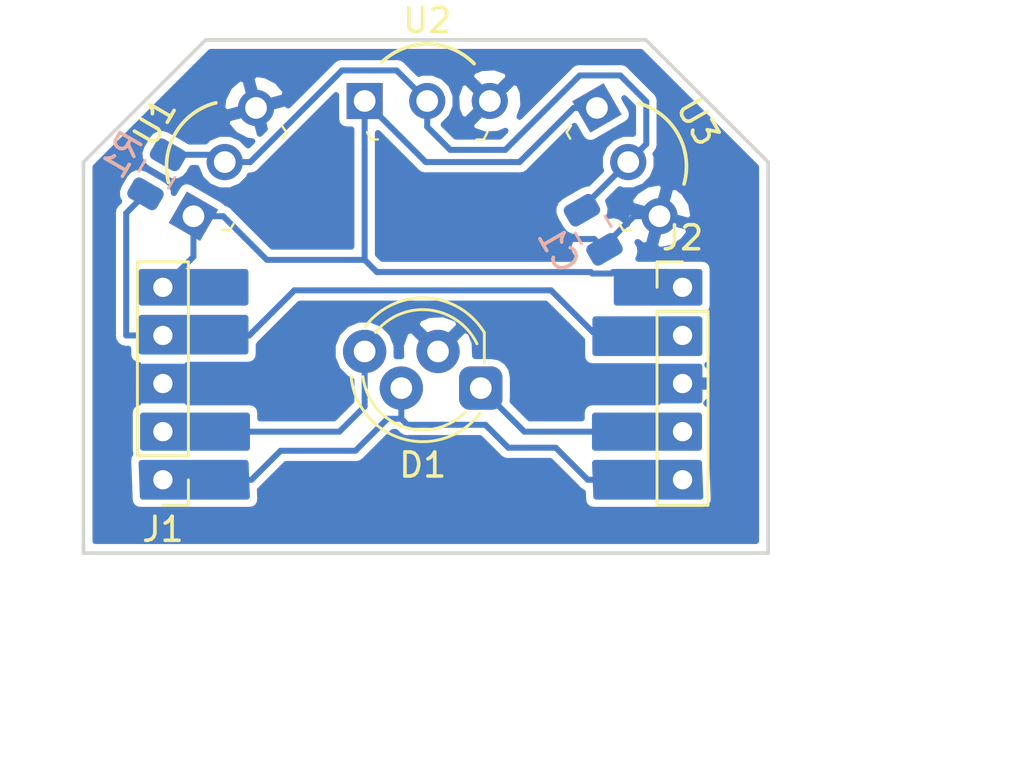
<source format=kicad_pcb>
(kicad_pcb (version 20171130) (host pcbnew 5.0.2+dfsg1-1~bpo9+1)

  (general
    (thickness 1.6)
    (drawings 8)
    (tracks 68)
    (zones 0)
    (modules 8)
    (nets 8)
  )

  (page A4)
  (layers
    (0 F.Cu signal)
    (31 B.Cu signal)
    (32 B.Adhes user)
    (33 F.Adhes user)
    (34 B.Paste user)
    (35 F.Paste user)
    (36 B.SilkS user)
    (37 F.SilkS user)
    (38 B.Mask user)
    (39 F.Mask user)
    (40 Dwgs.User user)
    (41 Cmts.User user)
    (42 Eco1.User user)
    (43 Eco2.User user)
    (44 Edge.Cuts user)
    (45 Margin user)
    (46 B.CrtYd user)
    (47 F.CrtYd user)
    (48 B.Fab user)
    (49 F.Fab user)
  )

  (setup
    (last_trace_width 0.25)
    (trace_clearance 0.2)
    (zone_clearance 0.3)
    (zone_45_only no)
    (trace_min 0.2)
    (segment_width 0.2)
    (edge_width 0.15)
    (via_size 0.8)
    (via_drill 0.4)
    (via_min_size 0.4)
    (via_min_drill 0.3)
    (uvia_size 0.3)
    (uvia_drill 0.1)
    (uvias_allowed no)
    (uvia_min_size 0.2)
    (uvia_min_drill 0.1)
    (pcb_text_width 0.3)
    (pcb_text_size 1.5 1.5)
    (mod_edge_width 0.15)
    (mod_text_size 1 1)
    (mod_text_width 0.15)
    (pad_size 1.524 1.524)
    (pad_drill 0.762)
    (pad_to_mask_clearance 0.051)
    (solder_mask_min_width 0.25)
    (aux_axis_origin 0 0)
    (visible_elements FFFFFF7F)
    (pcbplotparams
      (layerselection 0x010fc_ffffffff)
      (usegerberextensions false)
      (usegerberattributes false)
      (usegerberadvancedattributes false)
      (creategerberjobfile false)
      (excludeedgelayer true)
      (linewidth 0.100000)
      (plotframeref false)
      (viasonmask false)
      (mode 1)
      (useauxorigin false)
      (hpglpennumber 1)
      (hpglpenspeed 20)
      (hpglpendiameter 15.000000)
      (psnegative false)
      (psa4output false)
      (plotreference true)
      (plotvalue true)
      (plotinvisibletext false)
      (padsonsilk false)
      (subtractmaskfromsilk false)
      (outputformat 1)
      (mirror false)
      (drillshape 1)
      (scaleselection 1)
      (outputdirectory ""))
  )

  (net 0 "")
  (net 1 "Net-(C1-Pad1)")
  (net 2 +3V3)
  (net 3 "Net-(D1-Pad4)")
  (net 4 +BATT)
  (net 5 GND)
  (net 6 "Net-(D1-Pad1)")
  (net 7 "Net-(J1-Pad5)")

  (net_class Default "This is the default net class."
    (clearance 0.2)
    (trace_width 0.25)
    (via_dia 0.8)
    (via_drill 0.4)
    (uvia_dia 0.3)
    (uvia_drill 0.1)
    (add_net +3V3)
    (add_net +BATT)
    (add_net GND)
    (add_net "Net-(C1-Pad1)")
    (add_net "Net-(D1-Pad1)")
    (add_net "Net-(D1-Pad4)")
    (add_net "Net-(J1-Pad5)")
  )

  (module digikey-footprints:TO-92-3_Formed_Leads (layer F.Cu) (tedit 5AF4B307) (tstamp 5DA6FCBF)
    (at 172.212 118.144334 300)
    (descr http://www.ti.com/lit/ds/symlink/tl431a.pdf)
    (path /5DA63077)
    (fp_text reference U3 (at 2.6 -3.35 300) (layer F.SilkS)
      (effects (font (size 1 1) (thickness 0.15)))
    )
    (fp_text value TSSP58038 (at 2.6 2.5 300) (layer F.Fab)
      (effects (font (size 1 1) (thickness 0.15)))
    )
    (fp_arc (start 2.6 0.35) (end 0.7 -1.6) (angle 90) (layer F.SilkS) (width 0.15))
    (fp_line (start 4.9 1.5) (end 0.3 1.5) (layer F.Fab) (width 0.15))
    (fp_arc (start 2.6 0.3) (end 0.3 1.5) (angle 90) (layer F.Fab) (width 0.15))
    (fp_arc (start 2.6 0.3) (end 3.8 -2) (angle 90) (layer F.Fab) (width 0.15))
    (fp_arc (start 2.6 0.3) (end 0 0.3) (angle 90) (layer F.Fab) (width 0.15))
    (fp_arc (start 2.6 0.3) (end 2.6 -2.3) (angle 90) (layer F.Fab) (width 0.15))
    (fp_line (start -1 -2.5) (end 6.2 -2.5) (layer F.CrtYd) (width 0.05))
    (fp_line (start -1 1.7) (end 6.2 1.7) (layer F.CrtYd) (width 0.05))
    (fp_line (start -1 1.75) (end -1 -2.5) (layer F.CrtYd) (width 0.05))
    (fp_line (start 6.2 1.75) (end 6.2 -2.5) (layer F.CrtYd) (width 0.05))
    (fp_line (start 4.95 1.6) (end 5.1 1.3) (layer F.SilkS) (width 0.1))
    (fp_line (start 4.95 1.6) (end 4.65 1.6) (layer F.SilkS) (width 0.1))
    (fp_line (start 0.55 1.6) (end 0.25 1.6) (layer F.SilkS) (width 0.1))
    (fp_line (start 0.25 1.6) (end 0.1 1.3) (layer F.SilkS) (width 0.1))
    (fp_text user %R (at 2.6 -1.25 120) (layer F.Fab)
      (effects (font (size 0.75 0.75) (thickness 0.15)))
    )
    (pad 2 thru_hole circle (at 2.6 0 120) (size 1.5 1.5) (drill 0.9) (layers *.Cu *.Mask)
      (net 1 "Net-(C1-Pad1)"))
    (pad 3 thru_hole circle (at 5.2 0 120) (size 1.5 1.5) (drill 0.9) (layers *.Cu *.Mask)
      (net 5 GND))
    (pad 1 thru_hole rect (at 0 0 120) (size 1.5 1.5) (drill 0.9) (layers *.Cu *.Mask)
      (net 7 "Net-(J1-Pad5)"))
  )

  (module digikey-footprints:TO-92-3_Formed_Leads (layer F.Cu) (tedit 5AF4B307) (tstamp 5DA6FCA9)
    (at 162.56 117.856)
    (descr http://www.ti.com/lit/ds/symlink/tl431a.pdf)
    (path /5DA62FD9)
    (fp_text reference U2 (at 2.6 -3.35) (layer F.SilkS)
      (effects (font (size 1 1) (thickness 0.15)))
    )
    (fp_text value TSSP58038 (at 2.6 2.5) (layer F.Fab)
      (effects (font (size 1 1) (thickness 0.15)))
    )
    (fp_text user %R (at 2.6 -1.25 180) (layer F.Fab)
      (effects (font (size 0.75 0.75) (thickness 0.15)))
    )
    (fp_line (start 0.25 1.6) (end 0.1 1.3) (layer F.SilkS) (width 0.1))
    (fp_line (start 0.55 1.6) (end 0.25 1.6) (layer F.SilkS) (width 0.1))
    (fp_line (start 4.95 1.6) (end 4.65 1.6) (layer F.SilkS) (width 0.1))
    (fp_line (start 4.95 1.6) (end 5.1 1.3) (layer F.SilkS) (width 0.1))
    (fp_line (start 6.2 1.75) (end 6.2 -2.5) (layer F.CrtYd) (width 0.05))
    (fp_line (start -1 1.75) (end -1 -2.5) (layer F.CrtYd) (width 0.05))
    (fp_line (start -1 1.7) (end 6.2 1.7) (layer F.CrtYd) (width 0.05))
    (fp_line (start -1 -2.5) (end 6.2 -2.5) (layer F.CrtYd) (width 0.05))
    (fp_arc (start 2.6 0.3) (end 2.6 -2.3) (angle 90) (layer F.Fab) (width 0.15))
    (fp_arc (start 2.6 0.3) (end 0 0.3) (angle 90) (layer F.Fab) (width 0.15))
    (fp_arc (start 2.6 0.3) (end 3.8 -2) (angle 90) (layer F.Fab) (width 0.15))
    (fp_arc (start 2.6 0.3) (end 0.3 1.5) (angle 90) (layer F.Fab) (width 0.15))
    (fp_line (start 4.9 1.5) (end 0.3 1.5) (layer F.Fab) (width 0.15))
    (fp_arc (start 2.6 0.35) (end 0.7 -1.6) (angle 90) (layer F.SilkS) (width 0.15))
    (pad 1 thru_hole rect (at 0 0 180) (size 1.5 1.5) (drill 0.9) (layers *.Cu *.Mask)
      (net 7 "Net-(J1-Pad5)"))
    (pad 3 thru_hole circle (at 5.2 0 180) (size 1.5 1.5) (drill 0.9) (layers *.Cu *.Mask)
      (net 5 GND))
    (pad 2 thru_hole circle (at 2.6 0 180) (size 1.5 1.5) (drill 0.9) (layers *.Cu *.Mask)
      (net 1 "Net-(C1-Pad1)"))
  )

  (module digikey-footprints:TO-92-3_Formed_Leads (layer F.Cu) (tedit 5AF4B307) (tstamp 5DA6FC93)
    (at 155.448 122.647666 60)
    (descr http://www.ti.com/lit/ds/symlink/tl431a.pdf)
    (path /5DA6122B)
    (fp_text reference U1 (at 2.6 -3.35 60) (layer F.SilkS)
      (effects (font (size 1 1) (thickness 0.15)))
    )
    (fp_text value TSSP58038 (at 2.6 2.5 60) (layer F.Fab)
      (effects (font (size 1 1) (thickness 0.15)))
    )
    (fp_arc (start 2.6 0.35) (end 0.7 -1.6) (angle 90) (layer F.SilkS) (width 0.15))
    (fp_line (start 4.9 1.5) (end 0.3 1.5) (layer F.Fab) (width 0.15))
    (fp_arc (start 2.6 0.3) (end 0.3 1.5) (angle 90) (layer F.Fab) (width 0.15))
    (fp_arc (start 2.6 0.3) (end 3.8 -2) (angle 90) (layer F.Fab) (width 0.15))
    (fp_arc (start 2.6 0.3) (end 0 0.3) (angle 90) (layer F.Fab) (width 0.15))
    (fp_arc (start 2.6 0.3) (end 2.6 -2.3) (angle 90) (layer F.Fab) (width 0.15))
    (fp_line (start -1 -2.5) (end 6.2 -2.5) (layer F.CrtYd) (width 0.05))
    (fp_line (start -1 1.7) (end 6.2 1.7) (layer F.CrtYd) (width 0.05))
    (fp_line (start -1 1.75) (end -1 -2.5) (layer F.CrtYd) (width 0.05))
    (fp_line (start 6.2 1.75) (end 6.2 -2.5) (layer F.CrtYd) (width 0.05))
    (fp_line (start 4.95 1.6) (end 5.1 1.3) (layer F.SilkS) (width 0.1))
    (fp_line (start 4.95 1.6) (end 4.65 1.6) (layer F.SilkS) (width 0.1))
    (fp_line (start 0.55 1.6) (end 0.25 1.6) (layer F.SilkS) (width 0.1))
    (fp_line (start 0.25 1.6) (end 0.1 1.3) (layer F.SilkS) (width 0.1))
    (fp_text user %R (at 2.6 -1.25 240) (layer F.Fab)
      (effects (font (size 0.75 0.75) (thickness 0.15)))
    )
    (pad 2 thru_hole circle (at 2.6 0 240) (size 1.5 1.5) (drill 0.9) (layers *.Cu *.Mask)
      (net 1 "Net-(C1-Pad1)"))
    (pad 3 thru_hole circle (at 5.2 0 240) (size 1.5 1.5) (drill 0.9) (layers *.Cu *.Mask)
      (net 5 GND))
    (pad 1 thru_hole rect (at 0 0 240) (size 1.5 1.5) (drill 0.9) (layers *.Cu *.Mask)
      (net 7 "Net-(J1-Pad5)"))
  )

  (module Capacitor_SMD:C_0805_2012Metric (layer B.Cu) (tedit 5B36C52B) (tstamp 5DA6F736)
    (at 172.057087 123.210587 300)
    (descr "Capacitor SMD 0805 (2012 Metric), square (rectangular) end terminal, IPC_7351 nominal, (Body size source: https://docs.google.com/spreadsheets/d/1BsfQQcO9C6DZCsRaXUlFlo91Tg2WpOkGARC1WS5S8t0/edit?usp=sharing), generated with kicad-footprint-generator")
    (tags capacitor)
    (path /5DA61822)
    (attr smd)
    (fp_text reference C1 (at 0 1.65 300) (layer B.SilkS)
      (effects (font (size 1 1) (thickness 0.15)) (justify mirror))
    )
    (fp_text value C_Small (at 0 -1.65 300) (layer B.Fab)
      (effects (font (size 1 1) (thickness 0.15)) (justify mirror))
    )
    (fp_line (start -1 -0.6) (end -1 0.6) (layer B.Fab) (width 0.1))
    (fp_line (start -1 0.6) (end 1 0.6) (layer B.Fab) (width 0.1))
    (fp_line (start 1 0.6) (end 1 -0.6) (layer B.Fab) (width 0.1))
    (fp_line (start 1 -0.6) (end -1 -0.6) (layer B.Fab) (width 0.1))
    (fp_line (start -0.258578 0.71) (end 0.258578 0.71) (layer B.SilkS) (width 0.12))
    (fp_line (start -0.258578 -0.71) (end 0.258578 -0.71) (layer B.SilkS) (width 0.12))
    (fp_line (start -1.68 -0.95) (end -1.68 0.95) (layer B.CrtYd) (width 0.05))
    (fp_line (start -1.68 0.95) (end 1.68 0.95) (layer B.CrtYd) (width 0.05))
    (fp_line (start 1.68 0.95) (end 1.68 -0.95) (layer B.CrtYd) (width 0.05))
    (fp_line (start 1.68 -0.95) (end -1.68 -0.95) (layer B.CrtYd) (width 0.05))
    (fp_text user %R (at 0 0 300) (layer B.Fab)
      (effects (font (size 0.5 0.5) (thickness 0.08)) (justify mirror))
    )
    (pad 1 smd roundrect (at -0.9375 0 300) (size 0.975 1.4) (layers B.Cu B.Paste B.Mask) (roundrect_rratio 0.25)
      (net 1 "Net-(C1-Pad1)"))
    (pad 2 smd roundrect (at 0.9375 0 300) (size 0.975 1.4) (layers B.Cu B.Paste B.Mask) (roundrect_rratio 0.25)
      (net 5 GND))
    (model ${KISYS3DMOD}/Capacitor_SMD.3dshapes/C_0805_2012Metric.wrl
      (at (xyz 0 0 0))
      (scale (xyz 1 1 1))
      (rotate (xyz 0 0 0))
    )
  )

  (module Connector_PinHeader_2.00mm:PinHeader_1x05_P2.00mm_Vertical (layer F.Cu) (tedit 59FED667) (tstamp 5DA6F725)
    (at 175.768 125.604)
    (descr "Through hole straight pin header, 1x05, 2.00mm pitch, single row")
    (tags "Through hole pin header THT 1x05 2.00mm single row")
    (path /5DA61F39)
    (fp_text reference J2 (at 0 -2.06) (layer F.SilkS)
      (effects (font (size 1 1) (thickness 0.15)))
    )
    (fp_text value Conn_01x05_Male (at 0 10.06) (layer F.Fab)
      (effects (font (size 1 1) (thickness 0.15)))
    )
    (fp_text user %R (at -3.048 4.064 90) (layer F.Fab)
      (effects (font (size 1 1) (thickness 0.15)))
    )
    (fp_line (start 1.5 -1.5) (end -1.5 -1.5) (layer F.CrtYd) (width 0.05))
    (fp_line (start 1.5 9.5) (end 1.5 -1.5) (layer F.CrtYd) (width 0.05))
    (fp_line (start -1.5 9.5) (end 1.5 9.5) (layer F.CrtYd) (width 0.05))
    (fp_line (start -1.5 -1.5) (end -1.5 9.5) (layer F.CrtYd) (width 0.05))
    (fp_line (start -1.06 -1.06) (end 0 -1.06) (layer F.SilkS) (width 0.12))
    (fp_line (start -1.06 0) (end -1.06 -1.06) (layer F.SilkS) (width 0.12))
    (fp_line (start -1.06 1) (end 1.06 1) (layer F.SilkS) (width 0.12))
    (fp_line (start 1.06 1) (end 1.06 9.06) (layer F.SilkS) (width 0.12))
    (fp_line (start -1.06 1) (end -1.06 9.06) (layer F.SilkS) (width 0.12))
    (fp_line (start -1.06 9.06) (end 1.06 9.06) (layer F.SilkS) (width 0.12))
    (fp_line (start -1 -0.5) (end -0.5 -1) (layer F.Fab) (width 0.1))
    (fp_line (start -1 9) (end -1 -0.5) (layer F.Fab) (width 0.1))
    (fp_line (start 1 9) (end -1 9) (layer F.Fab) (width 0.1))
    (fp_line (start 1 -1) (end 1 9) (layer F.Fab) (width 0.1))
    (fp_line (start -0.5 -1) (end 1 -1) (layer F.Fab) (width 0.1))
    (pad 5 thru_hole oval (at 0 8) (size 1.35 1.35) (drill 0.8) (layers *.Cu *.Mask)
      (net 4 +BATT))
    (pad 4 thru_hole oval (at 0 6) (size 1.35 1.35) (drill 0.8) (layers *.Cu *.Mask)
      (net 6 "Net-(D1-Pad1)"))
    (pad 3 thru_hole oval (at 0 4) (size 1.35 1.35) (drill 0.8) (layers *.Cu *.Mask)
      (net 5 GND))
    (pad 2 thru_hole oval (at 0 2) (size 1.35 1.35) (drill 0.8) (layers *.Cu *.Mask)
      (net 2 +3V3))
    (pad 1 thru_hole rect (at 0 0) (size 1.35 1.35) (drill 0.8) (layers *.Cu *.Mask)
      (net 7 "Net-(J1-Pad5)"))
    (model ${KISYS3DMOD}/Connector_PinHeader_2.00mm.3dshapes/PinHeader_1x05_P2.00mm_Vertical.wrl
      (at (xyz 0 0 0))
      (scale (xyz 1 1 1))
      (rotate (xyz 0 0 0))
    )
  )

  (module Connector_PinHeader_2.00mm:PinHeader_1x05_P2.00mm_Vertical (layer F.Cu) (tedit 59FED667) (tstamp 5DA6F70C)
    (at 154.178 133.604 180)
    (descr "Through hole straight pin header, 1x05, 2.00mm pitch, single row")
    (tags "Through hole pin header THT 1x05 2.00mm single row")
    (path /5DA61D0D)
    (fp_text reference J1 (at 0 -2.06 180) (layer F.SilkS)
      (effects (font (size 1 1) (thickness 0.15)))
    )
    (fp_text value Conn_01x05_Male (at 0 10.06 180) (layer F.Fab)
      (effects (font (size 1 1) (thickness 0.15)))
    )
    (fp_line (start -0.5 -1) (end 1 -1) (layer F.Fab) (width 0.1))
    (fp_line (start 1 -1) (end 1 9) (layer F.Fab) (width 0.1))
    (fp_line (start 1 9) (end -1 9) (layer F.Fab) (width 0.1))
    (fp_line (start -1 9) (end -1 -0.5) (layer F.Fab) (width 0.1))
    (fp_line (start -1 -0.5) (end -0.5 -1) (layer F.Fab) (width 0.1))
    (fp_line (start -1.06 9.06) (end 1.06 9.06) (layer F.SilkS) (width 0.12))
    (fp_line (start -1.06 1) (end -1.06 9.06) (layer F.SilkS) (width 0.12))
    (fp_line (start 1.06 1) (end 1.06 9.06) (layer F.SilkS) (width 0.12))
    (fp_line (start -1.06 1) (end 1.06 1) (layer F.SilkS) (width 0.12))
    (fp_line (start -1.06 0) (end -1.06 -1.06) (layer F.SilkS) (width 0.12))
    (fp_line (start -1.06 -1.06) (end 0 -1.06) (layer F.SilkS) (width 0.12))
    (fp_line (start -1.5 -1.5) (end -1.5 9.5) (layer F.CrtYd) (width 0.05))
    (fp_line (start -1.5 9.5) (end 1.5 9.5) (layer F.CrtYd) (width 0.05))
    (fp_line (start 1.5 9.5) (end 1.5 -1.5) (layer F.CrtYd) (width 0.05))
    (fp_line (start 1.5 -1.5) (end -1.5 -1.5) (layer F.CrtYd) (width 0.05))
    (fp_text user %R (at 0 4 270) (layer F.Fab)
      (effects (font (size 1 1) (thickness 0.15)))
    )
    (pad 1 thru_hole rect (at 0 0 180) (size 1.35 1.35) (drill 0.8) (layers *.Cu *.Mask)
      (net 4 +BATT))
    (pad 2 thru_hole oval (at 0 2 180) (size 1.35 1.35) (drill 0.8) (layers *.Cu *.Mask)
      (net 3 "Net-(D1-Pad4)"))
    (pad 3 thru_hole oval (at 0 4 180) (size 1.35 1.35) (drill 0.8) (layers *.Cu *.Mask)
      (net 5 GND))
    (pad 4 thru_hole oval (at 0 6 180) (size 1.35 1.35) (drill 0.8) (layers *.Cu *.Mask)
      (net 2 +3V3))
    (pad 5 thru_hole oval (at 0 8 180) (size 1.35 1.35) (drill 0.8) (layers *.Cu *.Mask)
      (net 7 "Net-(J1-Pad5)"))
    (model ${KISYS3DMOD}/Connector_PinHeader_2.00mm.3dshapes/PinHeader_1x05_P2.00mm_Vertical.wrl
      (at (xyz 0 0 0))
      (scale (xyz 1 1 1))
      (rotate (xyz 0 0 0))
    )
  )

  (module LED_THT:LED_D5.0mm-4_RGB_Staggered_Pins (layer F.Cu) (tedit 5B74F6B5) (tstamp 5DA6F6F3)
    (at 167.386 129.794 180)
    (descr "LED, diameter 5.0mm, 2 pins, diameter 5.0mm, 3 pins, diameter 5.0mm, 4 pins, http://www.kingbright.com/attachments/file/psearch/000/00/00/L-154A4SUREQBFZGEW(Ver.9A).pdf")
    (tags "LED diameter 5.0mm 2 pins diameter 5.0mm 3 pins diameter 5.0mm 4 pins RGB RGBLED")
    (path /5DA61648)
    (fp_text reference D1 (at 2.413 -3.198 180) (layer F.SilkS)
      (effects (font (size 1 1) (thickness 0.15)))
    )
    (fp_text value NeoPixel_THT (at 2.667 4.722 180) (layer F.Fab)
      (effects (font (size 1 1) (thickness 0.15)))
    )
    (fp_line (start -0.147 1.061188) (end -0.147 2.307) (layer F.SilkS) (width 0.12))
    (fp_line (start -0.087 -0.707694) (end -0.087 2.231694) (layer F.Fab) (width 0.1))
    (fp_circle (center 2.413 0.762) (end 4.913 0.762) (layer F.Fab) (width 0.1))
    (fp_arc (start 2.413 0.762) (end 0.158316 1.842) (angle -116) (layer F.SilkS) (width 0.12))
    (fp_arc (start 2.413 0.762) (end -0.147 2.30683) (angle -112) (layer F.SilkS) (width 0.12))
    (fp_arc (start 2.413 0.762) (end 0.028 -1.038) (angle 138) (layer F.SilkS) (width 0.12))
    (fp_arc (start 2.413 0.762) (end -0.087 -0.707694) (angle 299.1) (layer F.Fab) (width 0.1))
    (fp_arc (start 2.413 0.762) (end 0.660401 -1.015999) (angle 128) (layer F.SilkS) (width 0.12))
    (fp_text user %R (at 2.413 -3.198 180) (layer F.Fab)
      (effects (font (size 1 1) (thickness 0.15)))
    )
    (fp_line (start 5.84 -2.49) (end 5.84 4.01) (layer F.CrtYd) (width 0.05))
    (fp_line (start 5.84 4.01) (end -1.02 4.01) (layer F.CrtYd) (width 0.05))
    (fp_line (start -1.02 4.01) (end -1.02 -2.49) (layer F.CrtYd) (width 0.05))
    (fp_line (start -1.02 -2.49) (end 5.83 -2.49) (layer F.CrtYd) (width 0.05))
    (pad 4 thru_hole circle (at 4.826 1.524 180) (size 1.8 1.8) (drill 0.9) (layers *.Cu *.Mask)
      (net 3 "Net-(D1-Pad4)"))
    (pad 3 thru_hole circle (at 3.302 0 180) (size 1.8 1.8) (drill 0.9) (layers *.Cu *.Mask)
      (net 4 +BATT))
    (pad 2 thru_hole circle (at 1.778 1.524 180) (size 1.8 1.8) (drill 0.9) (layers *.Cu *.Mask)
      (net 5 GND))
    (pad 1 thru_hole roundrect (at 0 0 180) (size 1.8 1.8) (drill 0.9) (layers *.Cu *.Mask) (roundrect_rratio 0.25)
      (net 6 "Net-(D1-Pad1)"))
    (model ${KISYS3DMOD}/LED_THT.3dshapes/LED_D5.0mm-4_RGB_Staggered_Pins.wrl
      (at (xyz 0 0 0))
      (scale (xyz 1 1 1))
      (rotate (xyz 0 0 0))
    )
  )

  (module Resistor_SMD:R_0805_2012Metric (layer B.Cu) (tedit 5B36C52B) (tstamp 5DA70254)
    (at 153.924 120.904 240)
    (descr "Resistor SMD 0805 (2012 Metric), square (rectangular) end terminal, IPC_7351 nominal, (Body size source: https://docs.google.com/spreadsheets/d/1BsfQQcO9C6DZCsRaXUlFlo91Tg2WpOkGARC1WS5S8t0/edit?usp=sharing), generated with kicad-footprint-generator")
    (tags resistor)
    (path /5DA61990)
    (attr smd)
    (fp_text reference R1 (at 0 1.65 240) (layer B.SilkS)
      (effects (font (size 1 1) (thickness 0.15)) (justify mirror))
    )
    (fp_text value R_Small (at 0 -1.65 240) (layer B.Fab)
      (effects (font (size 1 1) (thickness 0.15)) (justify mirror))
    )
    (fp_line (start -1 -0.6) (end -1 0.6) (layer B.Fab) (width 0.1))
    (fp_line (start -1 0.6) (end 1 0.6) (layer B.Fab) (width 0.1))
    (fp_line (start 1 0.6) (end 1 -0.6) (layer B.Fab) (width 0.1))
    (fp_line (start 1 -0.6) (end -1 -0.6) (layer B.Fab) (width 0.1))
    (fp_line (start -0.258578 0.71) (end 0.258578 0.71) (layer B.SilkS) (width 0.12))
    (fp_line (start -0.258578 -0.71) (end 0.258578 -0.71) (layer B.SilkS) (width 0.12))
    (fp_line (start -1.68 -0.95) (end -1.68 0.95) (layer B.CrtYd) (width 0.05))
    (fp_line (start -1.68 0.95) (end 1.68 0.95) (layer B.CrtYd) (width 0.05))
    (fp_line (start 1.68 0.95) (end 1.68 -0.95) (layer B.CrtYd) (width 0.05))
    (fp_line (start 1.68 -0.95) (end -1.68 -0.95) (layer B.CrtYd) (width 0.05))
    (fp_text user %R (at 0 0 240) (layer B.Fab)
      (effects (font (size 0.5 0.5) (thickness 0.08)) (justify mirror))
    )
    (pad 1 smd roundrect (at -0.9375 0 240) (size 0.975 1.4) (layers B.Cu B.Paste B.Mask) (roundrect_rratio 0.25)
      (net 1 "Net-(C1-Pad1)"))
    (pad 2 smd roundrect (at 0.9375 0 240) (size 0.975 1.4) (layers B.Cu B.Paste B.Mask) (roundrect_rratio 0.25)
      (net 2 +3V3))
    (model ${KISYS3DMOD}/Resistor_SMD.3dshapes/R_0805_2012Metric.wrl
      (at (xyz 0 0 0))
      (scale (xyz 1 1 1))
      (rotate (xyz 0 0 0))
    )
  )

  (gr_line (start 150.876 120.396) (end 150.876 136.652) (layer Edge.Cuts) (width 0.15) (tstamp 5DA6FDD3))
  (gr_line (start 155.956 115.316) (end 150.876 120.396) (layer Edge.Cuts) (width 0.15))
  (gr_line (start 174.244 115.316) (end 155.956 115.316) (layer Edge.Cuts) (width 0.15))
  (gr_line (start 179.324 120.396) (end 174.244 115.316) (layer Edge.Cuts) (width 0.15))
  (gr_line (start 179.324 136.652) (end 179.324 120.396) (layer Edge.Cuts) (width 0.15))
  (gr_line (start 150.876 136.652) (end 179.324 136.652) (layer Edge.Cuts) (width 0.15))
  (dimension 18.796 (width 0.3) (layer Dwgs.User)
    (gr_text "18.796 mm" (at 188.028 127.254 90) (layer Dwgs.User)
      (effects (font (size 1.5 1.5) (thickness 0.3)))
    )
    (feature1 (pts (xy 176.276 117.856) (xy 186.514421 117.856)))
    (feature2 (pts (xy 176.276 136.652) (xy 186.514421 136.652)))
    (crossbar (pts (xy 185.928 136.652) (xy 185.928 117.856)))
    (arrow1a (pts (xy 185.928 117.856) (xy 186.514421 118.982504)))
    (arrow1b (pts (xy 185.928 117.856) (xy 185.341579 118.982504)))
    (arrow2a (pts (xy 185.928 136.652) (xy 186.514421 135.525496)))
    (arrow2b (pts (xy 185.928 136.652) (xy 185.341579 135.525496)))
  )
  (dimension 25.0825 (width 0.3) (layer Dwgs.User)
    (gr_text "25.082 mm" (at 163.50615 146.6895) (layer Dwgs.User)
      (effects (font (size 1.5 1.5) (thickness 0.3)))
    )
    (feature1 (pts (xy 176.0474 136.8552) (xy 176.0474 145.175921)))
    (feature2 (pts (xy 150.9649 136.8552) (xy 150.9649 145.175921)))
    (crossbar (pts (xy 150.9649 144.5895) (xy 176.0474 144.5895)))
    (arrow1a (pts (xy 176.0474 144.5895) (xy 174.920896 145.175921)))
    (arrow1b (pts (xy 176.0474 144.5895) (xy 174.920896 144.003079)))
    (arrow2a (pts (xy 150.9649 144.5895) (xy 152.091404 145.175921)))
    (arrow2b (pts (xy 150.9649 144.5895) (xy 152.091404 144.003079)))
  )

  (segment (start 157.80866 120.396) (end 156.748 120.396) (width 0.25) (layer B.Cu) (net 1))
  (segment (start 161.61866 116.586) (end 157.80866 120.396) (width 0.25) (layer B.Cu) (net 1))
  (segment (start 163.89 116.586) (end 161.61866 116.586) (width 0.25) (layer B.Cu) (net 1))
  (segment (start 165.16 117.856) (end 163.89 116.586) (width 0.25) (layer B.Cu) (net 1))
  (segment (start 173.512 120.396) (end 171.9095 121.9985) (width 0.25) (layer B.Cu) (net 1))
  (segment (start 156.444101 120.092101) (end 156.748 120.396) (width 0.25) (layer B.Cu) (net 1))
  (segment (start 154.39275 120.092101) (end 156.444101 120.092101) (width 0.25) (layer B.Cu) (net 1))
  (segment (start 165.16 118.932) (end 165.16 117.856) (width 0.25) (layer B.Cu) (net 1))
  (segment (start 171.495195 116.794805) (end 168.402 119.888) (width 0.25) (layer B.Cu) (net 1))
  (segment (start 173.512 120.396) (end 174.261999 119.646001) (width 0.25) (layer B.Cu) (net 1))
  (segment (start 174.261999 119.646001) (end 174.261999 117.873999) (width 0.25) (layer B.Cu) (net 1))
  (segment (start 166.116 119.888) (end 165.16 118.932) (width 0.25) (layer B.Cu) (net 1))
  (segment (start 168.402 119.888) (end 166.116 119.888) (width 0.25) (layer B.Cu) (net 1))
  (segment (start 174.261999 117.873999) (end 173.182805 116.794805) (width 0.25) (layer B.Cu) (net 1))
  (segment (start 173.182805 116.794805) (end 171.495195 116.794805) (width 0.25) (layer B.Cu) (net 1))
  (segment (start 152.654 122.517149) (end 153.45525 121.715899) (width 0.25) (layer B.Cu) (net 2))
  (segment (start 152.654 127.604) (end 152.654 122.517149) (width 0.25) (layer B.Cu) (net 2))
  (segment (start 154.178 127.604) (end 152.654 127.604) (width 0.25) (layer B.Cu) (net 2))
  (segment (start 154.178 127.604) (end 157.765 127.604) (width 0.25) (layer B.Cu) (net 2))
  (segment (start 170.307 125.73) (end 172.053 127.476) (width 0.25) (layer B.Cu) (net 2))
  (segment (start 157.765 127.604) (end 159.639 125.73) (width 0.25) (layer B.Cu) (net 2))
  (segment (start 172.053 127.476) (end 175.768 127.476) (width 0.25) (layer B.Cu) (net 2))
  (segment (start 159.639 125.73) (end 170.307 125.73) (width 0.25) (layer B.Cu) (net 2))
  (segment (start 162.56 130.556) (end 162.56 128.27) (width 0.25) (layer B.Cu) (net 3))
  (segment (start 161.512 131.604) (end 162.56 130.556) (width 0.25) (layer B.Cu) (net 3))
  (segment (start 154.178 131.604) (end 161.512 131.604) (width 0.25) (layer B.Cu) (net 3))
  (segment (start 164.084 129.794) (end 164.084 131.066792) (width 0.25) (layer B.Cu) (net 4))
  (segment (start 175.5775 133.4135) (end 175.768 133.604) (width 0.25) (layer B.Cu) (net 4))
  (segment (start 157.861 133.604) (end 154.178 133.604) (width 0.25) (layer B.Cu) (net 4))
  (segment (start 164.084 131.066792) (end 163.509708 131.066792) (width 0.25) (layer B.Cu) (net 4))
  (segment (start 162.179 132.3975) (end 159.0675 132.3975) (width 0.25) (layer B.Cu) (net 4))
  (segment (start 163.509708 131.066792) (end 162.179 132.3975) (width 0.25) (layer B.Cu) (net 4))
  (segment (start 159.0675 132.3975) (end 157.861 133.604) (width 0.25) (layer B.Cu) (net 4))
  (segment (start 171.831 133.604) (end 175.768 133.604) (width 0.25) (layer B.Cu) (net 4))
  (segment (start 170.4975 132.2705) (end 171.831 133.604) (width 0.25) (layer B.Cu) (net 4))
  (segment (start 164.084 131.066792) (end 164.335208 131.318) (width 0.25) (layer B.Cu) (net 4))
  (segment (start 164.335208 131.318) (end 167.5765 131.318) (width 0.25) (layer B.Cu) (net 4))
  (segment (start 167.5765 131.318) (end 168.529 132.2705) (width 0.25) (layer B.Cu) (net 4))
  (segment (start 168.529 132.2705) (end 170.4975 132.2705) (width 0.25) (layer B.Cu) (net 4))
  (segment (start 175.672 131.572) (end 175.768 131.476) (width 0.25) (layer B.Cu) (net 6))
  (segment (start 172.525837 123.873169) (end 172.525837 124.022486) (width 0.25) (layer B.Cu) (net 5))
  (segment (start 173.75134 122.647666) (end 172.525837 123.873169) (width 0.25) (layer B.Cu) (net 5))
  (segment (start 174.812 122.647666) (end 173.75134 122.647666) (width 0.25) (layer B.Cu) (net 5))
  (segment (start 172.098252 123.594901) (end 169.060901 123.594901) (width 0.25) (layer B.Cu) (net 5))
  (segment (start 172.525837 124.022486) (end 172.098252 123.594901) (width 0.25) (layer B.Cu) (net 5))
  (segment (start 169.060901 123.594901) (end 168.91 123.444) (width 0.25) (layer B.Cu) (net 5))
  (segment (start 175.578 129.794) (end 175.768 129.604) (width 0.25) (layer B.Cu) (net 5))
  (segment (start 169.196 131.604) (end 175.768 131.604) (width 0.25) (layer B.Cu) (net 6))
  (segment (start 167.386 129.794) (end 169.196 131.604) (width 0.25) (layer B.Cu) (net 6))
  (segment (start 162.56 119.888) (end 162.56 117.856) (width 0.25) (layer B.Cu) (net 7))
  (segment (start 155.448 124.334) (end 155.448 122.647666) (width 0.25) (layer B.Cu) (net 7))
  (segment (start 154.178 125.604) (end 155.448 124.334) (width 0.25) (layer B.Cu) (net 7))
  (segment (start 162.56 119.888) (end 162.56 124.46) (width 0.25) (layer B.Cu) (net 7))
  (segment (start 165.1 120.396) (end 162.56 117.856) (width 0.25) (layer B.Cu) (net 7))
  (segment (start 168.994309 120.396) (end 165.1 120.396) (width 0.25) (layer B.Cu) (net 7))
  (segment (start 171.245975 118.144334) (end 168.994309 120.396) (width 0.25) (layer B.Cu) (net 7))
  (segment (start 172.212 118.144334) (end 171.245975 118.144334) (width 0.25) (layer B.Cu) (net 7))
  (segment (start 175.768 125.476) (end 175.768 125.604) (width 0.25) (layer B.Cu) (net 7))
  (segment (start 163.068 124.968) (end 162.56 124.46) (width 0.25) (layer B.Cu) (net 7))
  (segment (start 172.017214 125.029943) (end 171.955271 124.968) (width 0.25) (layer B.Cu) (net 7))
  (segment (start 175.768 125.604) (end 175.132 124.968) (width 0.25) (layer B.Cu) (net 7))
  (segment (start 175.132 124.968) (end 172.883903 124.968) (width 0.25) (layer B.Cu) (net 7))
  (segment (start 171.955271 124.968) (end 163.068 124.968) (width 0.25) (layer B.Cu) (net 7))
  (segment (start 172.883903 124.968) (end 172.82196 125.029943) (width 0.25) (layer B.Cu) (net 7))
  (segment (start 172.82196 125.029943) (end 172.017214 125.029943) (width 0.25) (layer B.Cu) (net 7))
  (segment (start 156.683666 122.647666) (end 155.448 122.647666) (width 0.25) (layer B.Cu) (net 7))
  (segment (start 158.496 124.46) (end 156.683666 122.647666) (width 0.25) (layer B.Cu) (net 7))
  (segment (start 162.56 124.46) (end 158.496 124.46) (width 0.25) (layer B.Cu) (net 7))

  (zone (net 5) (net_name GND) (layer B.Cu) (tstamp 0) (hatch edge 0.508)
    (connect_pads (clearance 0.3))
    (min_thickness 0.254)
    (fill yes (arc_segments 16) (thermal_gap 0.508) (thermal_bridge_width 0.508))
    (polygon
      (pts
        (xy 150.876 120.396) (xy 150.876 136.652) (xy 179.324 136.652) (xy 179.324 120.396) (xy 174.244 115.316)
        (xy 155.956 115.316)
      )
    )
    (filled_polygon
      (pts
        (xy 178.822001 120.603936) (xy 178.822 136.15) (xy 151.378 136.15) (xy 151.378 132.794911) (xy 152.735315 132.794911)
        (xy 152.798815 134.445911) (xy 152.831003 134.592906) (xy 152.923565 134.731435) (xy 153.062094 134.823997) (xy 153.2255 134.8565)
        (xy 157.7975 134.8565) (xy 157.975947 134.817425) (xy 158.110816 134.719607) (xy 158.197985 134.577623) (xy 158.224185 134.413089)
        (xy 158.20964 134.034931) (xy 158.25897 134.00197) (xy 158.289768 133.955877) (xy 159.296146 132.9495) (xy 162.124635 132.9495)
        (xy 162.179 132.960314) (xy 162.233365 132.9495) (xy 162.39438 132.917472) (xy 162.57697 132.79547) (xy 162.607768 132.749377)
        (xy 163.738354 131.618792) (xy 163.855356 131.618792) (xy 163.906438 131.669874) (xy 163.937238 131.71597) (xy 164.119828 131.837972)
        (xy 164.280843 131.87) (xy 164.335208 131.880814) (xy 164.389573 131.87) (xy 167.347855 131.87) (xy 168.100233 132.622379)
        (xy 168.13103 132.66847) (xy 168.252123 132.749381) (xy 168.31362 132.790472) (xy 168.528999 132.833314) (xy 168.583364 132.8225)
        (xy 170.268855 132.8225) (xy 171.402231 133.955876) (xy 171.43303 134.00197) (xy 171.61562 134.123972) (xy 171.626396 134.126116)
        (xy 171.638696 134.445911) (xy 171.670884 134.592906) (xy 171.763446 134.731435) (xy 171.901975 134.823997) (xy 172.065381 134.8565)
        (xy 176.637381 134.8565) (xy 176.815828 134.817425) (xy 176.950697 134.719607) (xy 177.037866 134.577623) (xy 177.064066 134.413089)
        (xy 177.000566 132.762089) (xy 176.968378 132.615094) (xy 176.9521 132.590732) (xy 176.972029 132.560906) (xy 177.004532 132.3975)
        (xy 177.004532 130.81) (xy 176.972029 130.646594) (xy 176.879467 130.508065) (xy 176.75652 130.425915) (xy 176.897478 130.267633)
        (xy 177.03591 129.9334) (xy 176.912224 129.731) (xy 175.895 129.731) (xy 175.895 129.751) (xy 175.641 129.751)
        (xy 175.641 129.731) (xy 174.623776 129.731) (xy 174.50009 129.9334) (xy 174.638522 130.267633) (xy 174.741262 130.383)
        (xy 172.005532 130.383) (xy 171.842126 130.415503) (xy 171.703597 130.508065) (xy 171.611035 130.646594) (xy 171.578532 130.81)
        (xy 171.578532 131.052) (xy 169.424646 131.052) (xy 168.703991 130.331346) (xy 168.721365 130.244) (xy 168.721365 129.344)
        (xy 168.653971 129.005185) (xy 168.462048 128.717952) (xy 168.174815 128.526029) (xy 167.836 128.458635) (xy 167.152273 128.458635)
        (xy 167.128839 127.90054) (xy 166.944643 127.455852) (xy 166.688159 127.369446) (xy 165.787605 128.27) (xy 165.801748 128.284143)
        (xy 165.622143 128.463748) (xy 165.608 128.449605) (xy 165.593858 128.463748) (xy 165.414253 128.284143) (xy 165.428395 128.27)
        (xy 164.527841 127.369446) (xy 164.271357 127.455852) (xy 164.061542 128.029336) (xy 164.079919 128.467) (xy 163.887 128.467)
        (xy 163.887 128.006043) (xy 163.684976 127.518315) (xy 163.356502 127.189841) (xy 164.707446 127.189841) (xy 165.608 128.090395)
        (xy 166.508554 127.189841) (xy 166.422148 126.933357) (xy 165.848664 126.723542) (xy 165.23854 126.749161) (xy 164.793852 126.933357)
        (xy 164.707446 127.189841) (xy 163.356502 127.189841) (xy 163.311685 127.145024) (xy 162.823957 126.943) (xy 162.296043 126.943)
        (xy 161.808315 127.145024) (xy 161.435024 127.518315) (xy 161.233 128.006043) (xy 161.233 128.533957) (xy 161.435024 129.021685)
        (xy 161.808315 129.394976) (xy 162.008 129.477689) (xy 162.008 130.327355) (xy 161.283355 131.052) (xy 158.2245 131.052)
        (xy 158.2245 130.81) (xy 158.191997 130.646594) (xy 158.099435 130.508065) (xy 157.960906 130.415503) (xy 157.7975 130.383)
        (xy 155.204738 130.383) (xy 155.307478 130.267633) (xy 155.44591 129.9334) (xy 155.322224 129.731) (xy 154.305 129.731)
        (xy 154.305 129.751) (xy 154.051 129.751) (xy 154.051 129.731) (xy 153.033776 129.731) (xy 152.91009 129.9334)
        (xy 153.048522 130.267633) (xy 153.162434 130.395544) (xy 153.062094 130.415503) (xy 152.923565 130.508065) (xy 152.831003 130.646594)
        (xy 152.7985 130.81) (xy 152.7985 132.3975) (xy 152.824436 132.527889) (xy 152.761515 132.630377) (xy 152.735315 132.794911)
        (xy 151.378 132.794911) (xy 151.378 122.517149) (xy 152.091186 122.517149) (xy 152.102001 122.571519) (xy 152.102 127.549635)
        (xy 152.091186 127.604) (xy 152.134028 127.81938) (xy 152.252022 127.995972) (xy 152.25603 128.00197) (xy 152.43862 128.123972)
        (xy 152.654 128.166814) (xy 152.708365 128.156) (xy 152.735 128.156) (xy 152.735 128.397) (xy 152.767503 128.560406)
        (xy 152.860065 128.698935) (xy 152.998594 128.791497) (xy 153.153635 128.822336) (xy 153.048522 128.940367) (xy 152.91009 129.2746)
        (xy 153.033776 129.477) (xy 154.051 129.477) (xy 154.051 129.457) (xy 154.305 129.457) (xy 154.305 129.477)
        (xy 155.322224 129.477) (xy 155.44591 129.2746) (xy 155.307478 128.940367) (xy 155.203847 128.824) (xy 157.734 128.824)
        (xy 157.897406 128.791497) (xy 158.035935 128.698935) (xy 158.128497 128.560406) (xy 158.161 128.397) (xy 158.161 128.003286)
        (xy 158.16297 128.00197) (xy 158.193768 127.955877) (xy 159.867646 126.282) (xy 170.078355 126.282) (xy 171.5945 127.798145)
        (xy 171.5945 128.4605) (xy 171.627003 128.623906) (xy 171.719565 128.762435) (xy 171.858094 128.854997) (xy 172.0215 128.8875)
        (xy 174.685603 128.8875) (xy 174.638522 128.940367) (xy 174.50009 129.2746) (xy 174.623776 129.477) (xy 175.641 129.477)
        (xy 175.641 129.457) (xy 175.895 129.457) (xy 175.895 129.477) (xy 176.912224 129.477) (xy 177.03591 129.2746)
        (xy 176.897478 128.940367) (xy 176.797372 128.827958) (xy 176.895435 128.762435) (xy 176.987997 128.623906) (xy 177.0205 128.4605)
        (xy 177.0205 126.8095) (xy 176.987997 126.646094) (xy 176.948679 126.58725) (xy 176.987997 126.528406) (xy 177.0205 126.365)
        (xy 177.0205 124.841) (xy 176.987997 124.677594) (xy 176.895435 124.539065) (xy 176.756906 124.446503) (xy 176.5935 124.414)
        (xy 175.176311 124.414) (xy 175.132 124.405186) (xy 175.087689 124.414) (xy 173.931177 124.414) (xy 173.956477 124.381029)
        (xy 174.021859 124.137017) (xy 173.988885 123.88656) (xy 173.987974 123.884981) (xy 174.611943 123.884981) (xy 174.791294 124.059649)
        (xy 175.333213 123.960092) (xy 175.795781 123.66073) (xy 176.045166 123.335726) (xy 175.983575 123.093069) (xy 174.901803 122.803209)
        (xy 174.611943 123.884981) (xy 173.987974 123.884981) (xy 173.895356 123.724562) (xy 173.905034 123.73424) (xy 173.917132 123.722142)
        (xy 174.12394 123.880832) (xy 174.366597 123.819241) (xy 174.566653 123.072621) (xy 174.797859 122.841415) (xy 174.618251 122.661807)
        (xy 174.566652 122.713406) (xy 173.986159 122.557863) (xy 174.967543 122.557863) (xy 176.049315 122.847723) (xy 176.223983 122.668372)
        (xy 176.124426 122.126453) (xy 175.825064 121.663885) (xy 175.50006 121.4145) (xy 175.257403 121.476091) (xy 174.967543 122.557863)
        (xy 173.986159 122.557863) (xy 173.574685 122.447609) (xy 173.400017 122.62696) (xy 173.464591 122.978456) (xy 173.375076 122.823412)
        (xy 173.174661 122.669628) (xy 172.93065 122.604244) (xy 172.724862 122.631336) (xy 172.761311 122.557425) (xy 172.778641 122.293015)
        (xy 172.693467 122.0421) (xy 172.676292 122.012353) (xy 172.729039 121.959606) (xy 173.578834 121.959606) (xy 173.640425 122.202263)
        (xy 174.722197 122.492123) (xy 175.012057 121.410351) (xy 174.832706 121.235683) (xy 174.290787 121.33524) (xy 173.828219 121.634602)
        (xy 173.578834 121.959606) (xy 172.729039 121.959606) (xy 173.163163 121.525483) (xy 173.27788 121.573) (xy 173.74612 121.573)
        (xy 174.178717 121.393813) (xy 174.509813 121.062717) (xy 174.689 120.63012) (xy 174.689 120.16188) (xy 174.644455 120.054337)
        (xy 174.659969 120.043971) (xy 174.781971 119.861381) (xy 174.813999 119.700366) (xy 174.813999 119.700365) (xy 174.824813 119.646001)
        (xy 174.813999 119.591636) (xy 174.813999 117.928364) (xy 174.824813 117.873999) (xy 174.793299 117.715569) (xy 174.781971 117.658619)
        (xy 174.659969 117.476029) (xy 174.613875 117.44523) (xy 173.611574 116.442929) (xy 173.580775 116.396835) (xy 173.398185 116.274833)
        (xy 173.23717 116.242805) (xy 173.182805 116.231991) (xy 173.12844 116.242805) (xy 171.549559 116.242805) (xy 171.495194 116.231991)
        (xy 171.279815 116.274833) (xy 171.097225 116.396835) (xy 171.066428 116.442926) (xy 168.996235 118.51312) (xy 169.157201 118.060829)
        (xy 169.12923 117.510552) (xy 168.97246 117.132077) (xy 168.731517 117.064088) (xy 167.939605 117.856) (xy 167.953748 117.870143)
        (xy 167.774143 118.049748) (xy 167.76 118.035605) (xy 166.968088 118.827517) (xy 167.036077 119.06846) (xy 167.555171 119.253201)
        (xy 168.105448 119.22523) (xy 168.410469 119.098886) (xy 168.173355 119.336) (xy 166.344646 119.336) (xy 165.844588 118.835942)
        (xy 166.157813 118.522717) (xy 166.337 118.09012) (xy 166.337 117.651171) (xy 166.362799 117.651171) (xy 166.39077 118.201448)
        (xy 166.54754 118.579923) (xy 166.788483 118.647912) (xy 167.580395 117.856) (xy 166.788483 117.064088) (xy 166.54754 117.132077)
        (xy 166.362799 117.651171) (xy 166.337 117.651171) (xy 166.337 117.62188) (xy 166.157813 117.189283) (xy 165.853013 116.884483)
        (xy 166.968088 116.884483) (xy 167.76 117.676395) (xy 168.551912 116.884483) (xy 168.483923 116.64354) (xy 167.964829 116.458799)
        (xy 167.414552 116.48677) (xy 167.036077 116.64354) (xy 166.968088 116.884483) (xy 165.853013 116.884483) (xy 165.826717 116.858187)
        (xy 165.39412 116.679) (xy 164.92588 116.679) (xy 164.811163 116.726517) (xy 164.318768 116.234123) (xy 164.28797 116.18803)
        (xy 164.10538 116.066028) (xy 163.944365 116.034) (xy 163.89 116.023186) (xy 163.835635 116.034) (xy 161.673025 116.034)
        (xy 161.61866 116.023186) (xy 161.564295 116.034) (xy 161.40328 116.066028) (xy 161.22069 116.18803) (xy 161.189893 116.234121)
        (xy 159.38124 118.042774) (xy 159.285315 117.944277) (xy 158.293348 118.210074) (xy 158.241749 118.158475) (xy 158.062141 118.338083)
        (xy 158.293347 118.569289) (xy 158.41198 119.012035) (xy 158.204589 119.219425) (xy 157.958197 118.299877) (xy 156.876425 118.589737)
        (xy 156.814834 118.832394) (xy 157.172013 119.251931) (xy 157.662552 119.502845) (xy 157.891083 119.532932) (xy 157.720272 119.703742)
        (xy 157.414717 119.398187) (xy 156.98212 119.219) (xy 156.51388 119.219) (xy 156.081283 119.398187) (xy 155.939369 119.540101)
        (xy 155.271086 119.540101) (xy 155.249307 119.521001) (xy 154.459059 119.064751) (xy 154.208143 118.979577) (xy 153.943733 118.996907)
        (xy 153.706082 119.114104) (xy 153.53137 119.313325) (xy 153.28762 119.735513) (xy 153.202446 119.986428) (xy 153.219776 120.250838)
        (xy 153.336973 120.488489) (xy 153.536193 120.663201) (xy 154.326441 121.119451) (xy 154.577357 121.204625) (xy 154.841767 121.187295)
        (xy 155.079418 121.070098) (xy 155.25413 120.870877) (xy 155.385059 120.644101) (xy 155.576791 120.644101) (xy 155.750187 121.062717)
        (xy 156.081283 121.393813) (xy 156.51388 121.573) (xy 156.98212 121.573) (xy 157.414717 121.393813) (xy 157.745813 121.062717)
        (xy 157.790359 120.955174) (xy 157.80866 120.958814) (xy 157.863025 120.948) (xy 158.02404 120.915972) (xy 158.20663 120.79397)
        (xy 158.237428 120.747877) (xy 161.374635 117.610671) (xy 161.374635 118.606) (xy 161.407775 118.772607) (xy 161.50215 118.91385)
        (xy 161.643393 119.008225) (xy 161.81 119.041365) (xy 162.008 119.041365) (xy 162.008 119.833636) (xy 162.008001 123.908)
        (xy 158.724646 123.908) (xy 157.112434 122.295789) (xy 157.081636 122.249696) (xy 156.899046 122.127694) (xy 156.819799 122.111931)
        (xy 156.817917 122.108114) (xy 156.690202 121.99611) (xy 155.391164 121.24611) (xy 155.230308 121.191507) (xy 155.0608 121.202617)
        (xy 154.908448 121.277749) (xy 154.796444 121.405464) (xy 154.636445 121.682591) (xy 154.628224 121.557162) (xy 154.511027 121.319511)
        (xy 154.311807 121.144799) (xy 153.521559 120.688549) (xy 153.270643 120.603375) (xy 153.006233 120.620705) (xy 152.768582 120.737902)
        (xy 152.59387 120.937123) (xy 152.35012 121.359311) (xy 152.264946 121.610226) (xy 152.282276 121.874636) (xy 152.359425 122.031079)
        (xy 152.302121 122.088383) (xy 152.256031 122.119179) (xy 152.192755 122.213879) (xy 152.134028 122.30177) (xy 152.091186 122.517149)
        (xy 151.378 122.517149) (xy 151.378 120.603934) (xy 153.816894 118.16504) (xy 156.636017 118.16504) (xy 156.810685 118.344391)
        (xy 157.892457 118.054531) (xy 157.602597 116.972759) (xy 157.35994 116.911168) (xy 156.940403 117.268347) (xy 156.689489 117.758886)
        (xy 156.636017 118.16504) (xy 153.816894 118.16504) (xy 155.074915 116.907019) (xy 157.847943 116.907019) (xy 158.137803 117.988791)
        (xy 159.219575 117.698931) (xy 159.281166 117.456274) (xy 158.923987 117.036737) (xy 158.433448 116.785823) (xy 158.027294 116.732351)
        (xy 157.847943 116.907019) (xy 155.074915 116.907019) (xy 156.163935 115.818) (xy 174.036066 115.818)
      )
    )
    (filled_polygon
      (pts
        (xy 173.71 118.102645) (xy 173.709999 119.219) (xy 173.27788 119.219) (xy 172.845283 119.398187) (xy 172.514187 119.729283)
        (xy 172.335 120.16188) (xy 172.335 120.63012) (xy 172.382517 120.744837) (xy 171.836993 121.290362) (xy 171.772944 121.286164)
        (xy 171.522028 121.371338) (xy 170.73178 121.827588) (xy 170.53256 122.0023) (xy 170.415363 122.239951) (xy 170.398033 122.504361)
        (xy 170.483207 122.755276) (xy 170.726957 123.177464) (xy 170.901669 123.376685) (xy 171.13932 123.493882) (xy 171.221554 123.499272)
        (xy 171.095197 123.663943) (xy 171.029815 123.907955) (xy 171.062789 124.158412) (xy 171.211507 124.416) (xy 163.296646 124.416)
        (xy 163.112 124.231355) (xy 163.112 119.188645) (xy 164.671233 120.747879) (xy 164.70203 120.79397) (xy 164.872439 120.907833)
        (xy 164.88462 120.915972) (xy 165.099999 120.958814) (xy 165.154364 120.948) (xy 168.939944 120.948) (xy 168.994309 120.958814)
        (xy 169.048674 120.948) (xy 169.209689 120.915972) (xy 169.392279 120.79397) (xy 169.423077 120.747877) (xy 171.276399 118.894556)
        (xy 171.560444 119.386536) (xy 171.672448 119.514251) (xy 171.8248 119.589383) (xy 171.994308 119.600493) (xy 172.155164 119.54589)
        (xy 173.454202 118.79589) (xy 173.581917 118.683886) (xy 173.657049 118.531534) (xy 173.668159 118.362026) (xy 173.613556 118.20117)
        (xy 173.347223 117.739868)
      )
    )
    (filled_polygon
      (pts
        (xy 172.572322 123.849001) (xy 172.589643 123.839001) (xy 172.716643 124.058971) (xy 172.699322 124.068971) (xy 172.709322 124.086292)
        (xy 172.489352 124.213292) (xy 172.479352 124.195971) (xy 172.462031 124.205971) (xy 172.335031 123.986001) (xy 172.352352 123.976001)
        (xy 172.342352 123.95868) (xy 172.562322 123.83168)
      )
    )
    (fill_segments
      (pts (xy 156.163935 115.818) (xy 174.036066 115.818))
      (pts (xy 155.922634 116.0593) (xy 161.437104 116.0593))
      (pts (xy 164.071557 116.0593) (xy 174.277365 116.0593))
      (pts (xy 155.681334 116.3006) (xy 161.123414 116.3006))
      (pts (xy 164.385246 116.3006) (xy 170.987252 116.3006))
      (pts (xy 173.436749 116.3006) (xy 174.518665 116.3006))
      (pts (xy 155.440034 116.5419) (xy 160.882114 116.5419))
      (pts (xy 164.626546 116.5419) (xy 167.281457 116.5419))
      (pts (xy 168.198331 116.5419) (xy 170.713455 116.5419))
      (pts (xy 173.710545 116.5419) (xy 174.759965 116.5419))
      (pts (xy 155.198734 116.7832) (xy 157.975082 116.7832))
      (pts (xy 158.413525 116.7832) (xy 160.640814 116.7832))
      (pts (xy 165.645682 116.7832) (xy 166.996668 116.7832))
      (pts (xy 168.523333 116.7832) (xy 170.472155 116.7832))
      (pts (xy 173.951845 116.7832) (xy 175.001265 116.7832))
      (pts (xy 154.957434 117.0245) (xy 157.226822 117.0245))
      (pts (xy 157.616461 117.0245) (xy 157.879421 117.0245))
      (pts (xy 158.900064 117.0245) (xy 160.399514 117.0245))
      (pts (xy 165.99303 117.0245) (xy 167.108105 117.0245))
      (pts (xy 168.411895 117.0245) (xy 170.230855 117.0245))
      (pts (xy 174.193145 117.0245) (xy 175.242565 117.0245))
      (pts (xy 154.716134 117.2658) (xy 156.943395 117.2658))
      (pts (xy 157.681118 117.2658) (xy 157.944078 117.2658))
      (pts (xy 159.119004 117.2658) (xy 160.158214 117.2658))
      (pts (xy 166.189508 117.2658) (xy 166.49995 117.2658))
      (pts (xy 166.990195 117.2658) (xy 167.349405 117.2658))
      (pts (xy 168.170595 117.2658) (xy 168.529805 117.2658))
      (pts (xy 169.027851 117.2658) (xy 169.989555 117.2658))
      (pts (xy 174.434445 117.2658) (xy 175.483865 117.2658))
      (pts (xy 154.474834 117.5071) (xy 156.81828 117.5071))
      (pts (xy 157.745774 117.5071) (xy 158.008734 117.5071))
      (pts (xy 159.268265 117.5071) (xy 159.916914 117.5071))
      (pts (xy 166.289457 117.5071) (xy 166.414073 117.5071))
      (pts (xy 167.231495 117.5071) (xy 167.590705 117.5071))
      (pts (xy 167.929295 117.5071) (xy 168.288505 117.5071))
      (pts (xy 169.127801 117.5071) (xy 169.748255 117.5071))
      (pts (xy 174.68073 117.5071) (xy 175.725165 117.5071))
      (pts (xy 154.233534 117.7484) (xy 156.694853 117.7484))
      (pts (xy 157.81043 117.7484) (xy 158.07339 117.7484))
      (pts (xy 159.034954 117.7484) (xy 159.675614 117.7484))
      (pts (xy 161.236905 117.7484) (xy 161.374635 117.7484))
      (pts (xy 166.337 117.7484) (xy 166.367741 117.7484))
      (pts (xy 167.472795 117.7484) (xy 168.047205 117.7484))
      (pts (xy 169.14132 117.7484) (xy 169.506955 117.7484))
      (pts (xy 174.79983 117.7484) (xy 175.966465 117.7484))
      (pts (xy 153.992234 117.9897) (xy 156.659102 117.9897))
      (pts (xy 157.875086 117.9897) (xy 159.115795 117.9897))
      (pts (xy 159.329552 117.9897) (xy 159.434314 117.9897))
      (pts (xy 160.995605 117.9897) (xy 161.374635 117.9897))
      (pts (xy 166.337 117.9897) (xy 166.380006 117.9897))
      (pts (xy 167.446695 117.9897) (xy 167.834191 117.9897))
      (pts (xy 169.153586 117.9897) (xy 169.265655 117.9897))
      (pts (xy 174.813999 117.9897) (xy 176.207765 117.9897))
      (pts (xy 153.750934 118.231) (xy 156.700254 118.231))
      (pts (xy 157.233865 118.231) (xy 158.169224 118.231))
      (pts (xy 160.754305 118.231) (xy 161.374635 118.231))
      (pts (xy 166.278645 118.231) (xy 166.40301 118.231))
      (pts (xy 167.205395 118.231) (xy 167.564605 118.231))
      (pts (xy 174.813999 118.231) (xy 176.449065 118.231))
      (pts (xy 153.509634 118.4723) (xy 157.314706 118.4723))
      (pts (xy 158.004398 118.4723) (xy 158.196358 118.4723))
      (pts (xy 160.513005 118.4723) (xy 161.374635 118.4723))
      (pts (xy 166.178696 118.4723) (xy 166.50296 118.4723))
      (pts (xy 166.964095 118.4723) (xy 167.323305 118.4723))
      (pts (xy 174.813999 118.4723) (xy 176.690365 118.4723))
      (pts (xy 153.268334 118.7136) (xy 156.844987 118.7136))
      (pts (xy 158.069054 118.7136) (xy 158.332014 118.7136))
      (pts (xy 160.271705 118.7136) (xy 161.396037 118.7136))
      (pts (xy 165.96693 118.7136) (xy 167.082005 118.7136))
      (pts (xy 174.813999 118.7136) (xy 176.931665 118.7136))
      (pts (xy 153.027034 118.9549) (xy 156.919131 118.9549))
      (pts (xy 158.13371 118.9549) (xy 158.39667 118.9549))
      (pts (xy 160.030405 118.9549) (xy 161.563586 118.9549))
      (pts (xy 165.963546 118.9549) (xy 167.004032 118.9549))
      (pts (xy 174.813999 118.9549) (xy 177.172965 118.9549))
      (pts (xy 152.785734 119.1962) (xy 153.634086 119.1962))
      (pts (xy 154.686736 119.1962) (xy 157.124565 119.1962))
      (pts (xy 158.198366 119.1962) (xy 158.227815 119.1962))
      (pts (xy 159.789105 119.1962) (xy 162.008 119.1962))
      (pts (xy 166.204846 119.1962) (xy 167.395006 119.1962))
      (pts (xy 174.813999 119.1962) (xy 177.414265 119.1962))
      (pts (xy 152.544434 119.4375) (xy 153.459678 119.4375))
      (pts (xy 155.10468 119.4375) (xy 156.04197 119.4375))
      (pts (xy 157.45403 119.4375) (xy 157.534801 119.4375))
      (pts (xy 159.547805 119.4375) (xy 162.008 119.4375))
      (pts (xy 174.813999 119.4375) (xy 177.655565 119.4375))
      (pts (xy 152.303134 119.6788) (xy 153.320364 119.6788))
      (pts (xy 157.69533 119.6788) (xy 157.745215 119.6788))
      (pts (xy 159.306505 119.6788) (xy 161.988555 119.6788))
      (pts (xy 174.818288 119.6788) (xy 177.896865 119.6788))
      (pts (xy 152.061834 119.9201) (xy 153.224962 119.9201))
      (pts (xy 159.065205 119.9201) (xy 161.747255 119.9201))
      (pts (xy 174.742736 119.9201) (xy 178.138165 119.9201))
      (pts (xy 151.820534 120.1614) (xy 153.213914 120.1614))
      (pts (xy 158.823905 120.1614) (xy 161.505955 120.1614))
      (pts (xy 174.688802 120.1614) (xy 178.379465 120.1614))
      (pts (xy 151.579234 120.4027) (xy 153.294666 120.4027))
      (pts (xy 158.582605 120.4027) (xy 161.264655 120.4027))
      (pts (xy 174.689 120.4027) (xy 178.620765 120.4027))
      (pts (xy 151.378 120.644) (xy 152.958996 120.644))
      (pts (xy 153.390322 120.644) (xy 153.514298 120.644))
      (pts (xy 158.341305 120.644) (xy 161.023355 120.644))
      (pts (xy 174.68325 120.644) (xy 178.822001 120.644))
      (pts (xy 151.378 120.8853) (xy 152.639318 120.8853))
      (pts (xy 153.862342 120.8853) (xy 153.920879 120.8853))
      (pts (xy 155.241481 120.8853) (xy 155.676698 120.8853))
      (pts (xy 158.069944 120.8853) (xy 160.782055 120.8853))
      (pts (xy 174.583301 120.8853) (xy 178.822001 120.8853))
      (pts (xy 151.378 121.1266) (xy 152.484476 121.1266))
      (pts (xy 154.280286 121.1266) (xy 154.347501 121.1266))
      (pts (xy 154.964843 121.1266) (xy 155.81407 121.1266))
      (pts (xy 157.68193 121.1266) (xy 160.540755 121.1266))
      (pts (xy 174.44593 121.1266) (xy 178.822001 121.1266))
      (pts (xy 151.378 121.3679) (xy 152.347205 121.3679))
      (pts (xy 154.53489 121.3679) (xy 154.829388 121.3679))
      (pts (xy 155.602111 121.3679) (xy 156.05537 121.3679))
      (pts (xy 157.44063 121.3679) (xy 160.299455 121.3679))
      (pts (xy 174.20463 121.3679) (xy 174.240322 121.3679))
      (pts (xy 174.968468 121.3679) (xy 178.822001 121.3679))
      (pts (xy 151.378 121.6092) (xy 152.265295 121.6092))
      (pts (xy 154.631635 121.6092) (xy 154.678818 121.6092))
      (pts (xy 156.020055 121.6092) (xy 160.058155 121.6092))
      (pts (xy 173.079445 121.6092) (xy 173.86747 121.6092))
      (pts (xy 174.958775 121.6092) (xy 175.221737 121.6092))
      (pts (xy 175.753798 121.6092) (xy 178.822001 121.6092))
      (pts (xy 151.378 121.8505) (xy 152.280694 121.8505))
      (pts (xy 156.437999 121.8505) (xy 159.816855 121.8505))
      (pts (xy 172.838145 121.8505) (xy 173.662555 121.8505))
      (pts (xy 174.894119 121.8505) (xy 175.157081 121.8505))
      (pts (xy 175.945837 121.8505) (xy 178.822001 121.8505))
      (pts (xy 151.378 122.0918) (xy 152.297008 122.0918))
      (pts (xy 156.799315 122.0918) (xy 159.575555 122.0918))
      (pts (xy 172.710338 122.0918) (xy 173.612387 122.0918))
      (pts (xy 174.829463 122.0918) (xy 175.092425 122.0918))
      (pts (xy 176.102 122.0918) (xy 178.822001 122.0918))
      (pts (xy 151.378 122.3331) (xy 152.127797 122.3331))
      (pts (xy 172.776013 122.3331) (xy 174.128715 122.3331))
      (pts (xy 174.764807 122.3331) (xy 175.027769 122.3331))
      (pts (xy 176.16239 122.3331) (xy 178.822001 122.3331))
      (pts (xy 151.378 122.5744) (xy 152.102001 122.5744))
      (pts (xy 172.752939 122.5744) (xy 173.451205 122.5744))
      (pts (xy 174.047876 122.5744) (xy 175.029259 122.5744))
      (pts (xy 176.20672 122.5744) (xy 178.822001 122.5744))
      (pts (xy 151.378 122.8157) (xy 152.102001 122.8157))
      (pts (xy 173.365026 122.8157) (xy 173.43469 122.8157))
      (pts (xy 174.772144 122.8157) (xy 174.898457 122.8157))
      (pts (xy 174.948421 122.8157) (xy 175.929803 122.8157))
      (pts (xy 176.080501 122.8157) (xy 178.822001 122.8157))
      (pts (xy 151.378 123.057) (xy 152.102001 123.057))
      (pts (xy 174.582274 123.057) (xy 174.8338 123.057))
      (pts (xy 175.848964 123.057) (xy 178.822001 123.057))
      (pts (xy 151.378 123.2983) (xy 152.102001 123.2983))
      (pts (xy 174.506182 123.2983) (xy 174.769144 123.2983))
      (pts (xy 176.035667 123.2983) (xy 178.822001 123.2983))
      (pts (xy 151.378 123.5396) (xy 152.102001 123.5396))
      (pts (xy 174.441526 123.5396) (xy 174.704488 123.5396))
      (pts (xy 175.888727 123.5396) (xy 178.822001 123.5396))
      (pts (xy 151.378 123.7809) (xy 152.102001 123.7809))
      (pts (xy 173.927883 123.7809) (xy 173.993706 123.7809))
      (pts (xy 174.37687 123.7809) (xy 174.639832 123.7809))
      (pts (xy 175.610096 123.7809) (xy 178.822001 123.7809))
      (pts (xy 151.378 124.0222) (xy 152.102001 124.0222))
      (pts (xy 174.006743 124.0222) (xy 174.75284 124.0222))
      (pts (xy 174.99514 124.0222) (xy 178.822001 124.0222))
      (pts (xy 151.378 124.2635) (xy 152.102001 124.2635))
      (pts (xy 173.987968 124.2635) (xy 178.822001 124.2635))
      (pts (xy 151.378 124.5048) (xy 152.102001 124.5048))
      (pts (xy 173.861503 124.5048) (xy 174.777366 124.5048))
      (pts (xy 176.758635 124.5048) (xy 178.822001 124.5048))
      (pts (xy 151.378 124.7461) (xy 152.102001 124.7461))
      (pts (xy 173.517501 124.7461) (xy 174.668556 124.7461))
      (pts (xy 176.867445 124.7461) (xy 178.822001 124.7461))
      (pts (xy 151.378 124.9874) (xy 152.102001 124.9874))
      (pts (xy 176.878365 124.9874) (xy 178.822001 124.9874))
      (pts (xy 151.378 125.2287) (xy 152.102001 125.2287))
      (pts (xy 176.878365 125.2287) (xy 178.822001 125.2287))
      (pts (xy 151.378 125.47) (xy 152.102001 125.47))
      (pts (xy 176.878365 125.47) (xy 178.822001 125.47))
      (pts (xy 151.378 125.7113) (xy 152.102001 125.7113))
      (pts (xy 176.878365 125.7113) (xy 178.822001 125.7113))
      (pts (xy 151.378 125.9526) (xy 152.102001 125.9526))
      (pts (xy 176.878365 125.9526) (xy 178.822001 125.9526))
      (pts (xy 151.378 126.1939) (xy 152.113842 126.1939))
      (pts (xy 176.869831 126.1939) (xy 178.822001 126.1939))
      (pts (xy 151.378 126.4352) (xy 152.227452 126.4352))
      (pts (xy 176.766652 126.4352) (xy 178.822001 126.4352))
      (pts (xy 151.378 126.6765) (xy 152.469855 126.6765))
      (pts (xy 176.55501 126.6765) (xy 178.822001 126.6765))
      (pts (xy 151.378 126.9178) (xy 152.711155 126.9178))
      (pts (xy 176.720387 126.9178) (xy 178.822001 126.9178))
      (pts (xy 151.378 127.1591) (xy 152.952455 127.1591))
      (pts (xy 176.828554 127.1591) (xy 178.822001 127.1591))
      (pts (xy 151.378 127.4004) (xy 153.09491 127.4004))
      (pts (xy 155.261091 127.4004) (xy 161.555119 127.4004))
      (pts (xy 166.615061 127.4004) (xy 174.659449 127.4004))
      (pts (xy 176.876552 127.4004) (xy 178.822001 127.4004))
      (pts (xy 151.378 127.6417) (xy 153.061909 127.6417))
      (pts (xy 155.29409 127.6417) (xy 161.354494 127.6417))
      (pts (xy 166.856361 127.6417) (xy 174.67737 127.6417))
      (pts (xy 176.858629 127.6417) (xy 178.822001 127.6417))
      (pts (xy 151.378 127.883) (xy 153.109907 127.883))
      (pts (xy 155.246092 127.883) (xy 161.262627 127.883))
      (pts (xy 167.032824 127.883) (xy 174.725368 127.883))
      (pts (xy 176.810631 127.883) (xy 178.822001 127.883))
      (pts (xy 151.378 128.1243) (xy 153.200289 128.1243))
      (pts (xy 155.15571 128.1243) (xy 161.224635 128.1243))
      (pts (xy 167.132774 128.1243) (xy 174.875816 128.1243))
      (pts (xy 176.660183 128.1243) (xy 178.822001 128.1243))
      (pts (xy 151.378 128.3656) (xy 153.361521 128.3656))
      (pts (xy 154.994478 128.3656) (xy 161.224635 128.3656))
      (pts (xy 167.189 128.3656) (xy 175.115834 128.3656))
      (pts (xy 176.420165 128.3656) (xy 178.822001 128.3656))
      (pts (xy 151.378 128.6069) (xy 153.686719 128.6069))
      (pts (xy 154.669282 128.6069) (xy 161.224635 128.6069))
      (pts (xy 167.189 128.6069) (xy 175.085154 128.6069))
      (pts (xy 176.450847 128.6069) (xy 178.822001 128.6069))
      (pts (xy 151.378 128.8482) (xy 153.357647 128.8482))
      (pts (xy 154.998354 128.8482) (xy 161.224635 128.8482))
      (pts (xy 167.957045 128.8482) (xy 174.86212 128.8482))
      (pts (xy 176.673881 128.8482) (xy 178.822001 128.8482))
      (pts (xy 151.378 129.0895) (xy 153.196415 129.0895))
      (pts (xy 155.159586 129.0895) (xy 161.247609 129.0895))
      (pts (xy 168.304161 129.0895) (xy 174.721291 129.0895))
      (pts (xy 176.81471 129.0895) (xy 178.822001 129.0895))
      (pts (xy 151.378 129.3308) (xy 153.108754 129.3308))
      (pts (xy 155.247247 129.3308) (xy 161.304046 129.3308))
      (pts (xy 168.525261 129.3308) (xy 174.673294 129.3308))
      (pts (xy 176.862707 129.3308) (xy 178.822001 129.3308))
      (pts (xy 151.378 129.5721) (xy 153.060757 129.5721))
      (pts (xy 155.295244 129.5721) (xy 161.465277 129.5721))
      (pts (xy 168.625211 129.5721) (xy 174.663526 129.5721))
      (pts (xy 176.872473 129.5721) (xy 178.822001 129.5721))
      (pts (xy 151.378 129.8134) (xy 153.096063 129.8134))
      (pts (xy 155.259936 129.8134) (xy 161.878916 129.8134))
      (pts (xy 168.713 129.8134) (xy 174.711523 129.8134))
      (pts (xy 176.824476 129.8134) (xy 178.822001 129.8134))
      (pts (xy 151.378 130.0547) (xy 153.153784 130.0547))
      (pts (xy 155.202215 130.0547) (xy 162.801928 130.0547))
      (pts (xy 164.151695 130.0547) (xy 164.524305 130.0547))
      (pts (xy 165.874635 130.0547) (xy 166.059 130.0547))
      (pts (xy 168.713 130.0547) (xy 174.829311 130.0547))
      (pts (xy 176.706688 130.0547) (xy 178.822001 130.0547))
      (pts (xy 151.378 130.296) (xy 153.315016 130.296))
      (pts (xy 155.040983 130.296) (xy 162.81206 130.296))
      (pts (xy 163.910395 130.296) (xy 164.269605 130.296))
      (pts (xy 164.406395 130.296) (xy 164.765605 130.296))
      (pts (xy 165.881774 130.296) (xy 166.059 130.296))
      (pts (xy 168.713 130.296) (xy 175.01167 130.296))
      (pts (xy 176.524329 130.296) (xy 178.822001 130.296))
      (pts (xy 151.378 130.5373) (xy 153.591235 130.5373))
      (pts (xy 154.764764 130.5373) (xy 162.8668 130.5373))
      (pts (xy 163.669095 130.5373) (xy 164.028305 130.5373))
      (pts (xy 164.647695 130.5373) (xy 165.006905 130.5373))
      (pts (xy 165.793491 130.5373) (xy 166.15234 130.5373))
      (pts (xy 168.619659 130.5373) (xy 175.189318 130.5373))
      (pts (xy 176.346683 130.5373) (xy 178.822001 130.5373))
      (pts (xy 151.378 130.7786) (xy 153.429753 130.7786))
      (pts (xy 154.926248 130.7786) (xy 162.96675 130.7786))
      (pts (xy 163.427795 130.7786) (xy 163.787005 130.7786))
      (pts (xy 164.888995 130.7786) (xy 165.248205 130.7786))
      (pts (xy 165.705209 130.7786) (xy 166.25229 130.7786))
      (pts (xy 168.519709 130.7786) (xy 174.908625 130.7786))
      (pts (xy 176.627376 130.7786) (xy 178.822001 130.7786))
      (pts (xy 151.378 131.0199) (xy 153.24292 131.0199))
      (pts (xy 155.113081 131.0199) (xy 163.545705 131.0199))
      (pts (xy 165.130295 131.0199) (xy 166.481239 131.0199))
      (pts (xy 168.290761 131.0199) (xy 174.747393 131.0199))
      (pts (xy 176.788608 131.0199) (xy 178.822001 131.0199))
      (pts (xy 151.378 131.2612) (xy 153.122599 131.2612))
      (pts (xy 155.233402 131.2612) (xy 163.482265 131.2612))
      (pts (xy 165.193734 131.2612) (xy 166.847306 131.2612))
      (pts (xy 167.924693 131.2612) (xy 174.687138 131.2612))
      (pts (xy 176.848863 131.2612) (xy 178.822001 131.2612))
      (pts (xy 151.378 131.5025) (xy 153.074601 131.5025))
      (pts (xy 155.2814 131.5025) (xy 163.845988 131.5025))
      (pts (xy 164.867616 131.5025) (xy 174.649682 131.5025))
      (pts (xy 176.886317 131.5025) (xy 178.822001 131.5025))
      (pts (xy 151.378 131.7438) (xy 153.082218 131.7438))
      (pts (xy 155.273781 131.7438) (xy 174.697679 131.7438))
      (pts (xy 176.83832 131.7438) (xy 178.822001 131.7438))
      (pts (xy 151.378 131.9851) (xy 153.130216 131.9851))
      (pts (xy 155.225783 131.9851) (xy 174.782806 131.9851))
      (pts (xy 176.753193 131.9851) (xy 178.822001 131.9851))
      (pts (xy 151.378 132.2264) (xy 153.268511 132.2264))
      (pts (xy 155.087488 132.2264) (xy 174.944038 132.2264))
      (pts (xy 176.591961 132.2264) (xy 178.822001 132.2264))
      (pts (xy 151.378 132.4677) (xy 153.066275 132.4677))
      (pts (xy 155.289726 132.4677) (xy 174.945466 132.4677))
      (pts (xy 176.590535 132.4677) (xy 178.822001 132.4677))
      (pts (xy 151.378 132.709) (xy 152.906808 132.709))
      (pts (xy 155.449193 132.709) (xy 174.730576 132.709))
      (pts (xy 176.805425 132.709) (xy 178.822001 132.709))
      (pts (xy 151.378 132.9503) (xy 152.868 132.9503))
      (pts (xy 155.488 132.9503) (xy 174.581394 132.9503))
      (pts (xy 176.954607 132.9503) (xy 178.822001 132.9503))
      (pts (xy 151.378 133.1916) (xy 152.868 133.1916))
      (pts (xy 155.488 133.1916) (xy 174.527589 133.1916))
      (pts (xy 177.00841 133.1916) (xy 178.822001 133.1916))
      (pts (xy 151.378 133.4329) (xy 152.98265 133.4329))
      (pts (xy 155.37335 133.4329) (xy 178.822001 133.4329))
      (pts (xy 151.378 133.6742) (xy 174.580266 133.6742))
      (pts (xy 175.641 133.6742) (xy 175.895 133.6742))
      (pts (xy 176.955735 133.6742) (xy 178.822001 133.6742))
      (pts (xy 151.378 133.9155) (xy 152.868 133.9155))
      (pts (xy 154.051 133.9155) (xy 154.305 133.9155))
      (pts (xy 155.488 133.9155) (xy 174.545691 133.9155))
      (pts (xy 175.641 133.9155) (xy 175.895 133.9155))
      (pts (xy 176.990308 133.9155) (xy 178.822001 133.9155))
      (pts (xy 151.378 134.1568) (xy 152.868 134.1568))
      (pts (xy 154.051 134.1568) (xy 154.305 134.1568))
      (pts (xy 155.488 134.1568) (xy 174.65381 134.1568))
      (pts (xy 175.641 134.1568) (xy 175.895 134.1568))
      (pts (xy 176.882189 134.1568) (xy 178.822001 134.1568))
      (pts (xy 151.378 134.3981) (xy 152.868 134.3981))
      (pts (xy 154.051 134.3981) (xy 154.305 134.3981))
      (pts (xy 155.488 134.3981) (xy 174.8687 134.3981))
      (pts (xy 175.641 134.3981) (xy 175.895 134.3981))
      (pts (xy 176.667299 134.3981) (xy 178.822001 134.3981))
      (pts (xy 151.378 134.6394) (xy 152.965374 134.6394))
      (pts (xy 154.051 134.6394) (xy 154.305 134.6394))
      (pts (xy 155.390625 134.6394) (xy 175.222515 134.6394))
      (pts (xy 175.610828 134.6394) (xy 175.925171 134.6394))
      (pts (xy 176.313484 134.6394) (xy 178.822001 134.6394))
      (pts (xy 151.378 134.8807) (xy 153.296297 134.8807))
      (pts (xy 153.92555 134.8807) (xy 154.43045 134.8807))
      (pts (xy 155.059702 134.8807) (xy 178.822001 134.8807))
      (pts (xy 151.378 135.122) (xy 178.822001 135.122))
      (pts (xy 151.378 135.3633) (xy 178.822001 135.3633))
      (pts (xy 151.378 135.6046) (xy 178.822001 135.6046))
      (pts (xy 151.378 135.8459) (xy 178.822001 135.8459))
      (pts (xy 151.378 136.0872) (xy 178.822001 136.0872))
      (pts (xy 178.822001 120.603936) (xy 178.822001 120.603936))
      (pts (xy 178.580701 120.362635) (xy 178.580701 136.15))
      (pts (xy 178.339401 120.121335) (xy 178.339401 136.15))
      (pts (xy 178.098101 119.880035) (xy 178.098101 136.15))
      (pts (xy 177.856801 119.638735) (xy 177.856801 136.15))
      (pts (xy 177.615501 119.397435) (xy 177.615501 136.15))
      (pts (xy 177.374201 119.156135) (xy 177.374201 136.15))
      (pts (xy 177.132901 118.914835) (xy 177.132901 136.15))
      (pts (xy 176.891601 118.673535) (xy 176.891601 132.805768))
      (pts (xy 176.891601 133.349) (xy 176.891601 133.603))
      (pts (xy 176.891601 134.146233) (xy 176.891601 136.15))
      (pts (xy 176.650301 118.432235) (xy 176.650301 124.425966))
      (pts (xy 176.650301 126.526035) (xy 176.650301 126.812911))
      (pts (xy 176.650301 128.13909) (xy 176.650301 128.812911))
      (pts (xy 176.650301 130.13909) (xy 176.650301 130.812911))
      (pts (xy 176.650301 132.13909) (xy 176.650301 132.534813))
      (pts (xy 176.650301 133.349) (xy 176.650301 133.603))
      (pts (xy 176.650301 134.417188) (xy 176.650301 136.15))
      (pts (xy 176.409001 118.190935) (xy 176.409001 124.365635))
      (pts (xy 176.409001 128.373061) (xy 176.409001 128.57894))
      (pts (xy 176.409001 130.373061) (xy 176.409001 130.57894))
      (pts (xy 176.409001 133.349) (xy 176.409001 133.603))
      (pts (xy 176.409001 134.593199) (xy 176.409001 136.15))
      (pts (xy 176.167701 117.949635) (xy 176.167701 122.362012))
      (pts (xy 176.167701 122.726163) (xy 176.167701 124.365635))
      (pts (xy 176.167701 133.349) (xy 176.167701 133.603))
      (pts (xy 176.167701 134.709917) (xy 176.167701 136.15))
      (pts (xy 175.926401 117.708335) (xy 175.926401 121.820469))
      (pts (xy 175.926401 122.814788) (xy 175.926401 123.07775))
      (pts (xy 175.926401 123.490504) (xy 175.926401 124.365635))
      (pts (xy 175.926401 133.349) (xy 175.926401 133.603))
      (pts (xy 175.926401 134.640146) (xy 175.926401 136.15))
      (pts (xy 175.685101 117.467035) (xy 175.685101 121.556488))
      (pts (xy 175.685101 122.750132) (xy 175.685101 123.013094))
      (pts (xy 175.685101 123.73236) (xy 175.685101 124.365635))
      (pts (xy 175.685101 133.329) (xy 175.685101 133.603))
      (pts (xy 175.685101 133.603) (xy 175.685101 136.15))
      (pts (xy 175.443801 117.225735) (xy 175.443801 121.428779))
      (pts (xy 175.443801 122.685475) (xy 175.443801 122.948437))
      (pts (xy 175.443801 123.888523) (xy 175.443801 124.365635))
      (pts (xy 175.443801 133.349) (xy 175.443801 133.603))
      (pts (xy 175.443801 134.740763) (xy 175.443801 136.15))
      (pts (xy 175.202501 116.984435) (xy 175.202501 121.680988))
      (pts (xy 175.202501 122.620819) (xy 175.202501 122.883781))
      (pts (xy 175.202501 123.984106) (xy 175.202501 124.365635))
      (pts (xy 175.202501 128.423509) (xy 175.202501 128.52849))
      (pts (xy 175.202501 130.423509) (xy 175.202501 130.52849))
      (pts (xy 175.202501 133.349) (xy 175.202501 133.603))
      (pts (xy 175.202501 134.629718) (xy 175.202501 136.15))
      (pts (xy 174.961201 116.743135) (xy 174.961201 121.360823))
      (pts (xy 174.961201 121.600149) (xy 174.961201 122.557863))
      (pts (xy 174.961201 122.557863) (xy 174.961201 122.819125))
      (pts (xy 174.961201 124.028436) (xy 174.961201 124.391851))
      (pts (xy 174.961201 128.252085) (xy 174.961201 128.699914))
      (pts (xy 174.961201 130.252085) (xy 174.961201 130.699914))
      (pts (xy 174.961201 132.252085) (xy 174.961201 132.450031))
      (pts (xy 174.961201 133.349) (xy 174.961201 133.603))
      (pts (xy 174.961201 134.501968) (xy 174.961201 136.15))
      (pts (xy 174.719901 116.501835) (xy 174.719901 117.565725))
      (pts (xy 174.719901 119.954276) (xy 174.719901 121.256406))
      (pts (xy 174.719901 122.491507) (xy 174.719901 122.557863))
      (pts (xy 174.719901 122.557863) (xy 174.719901 122.763457))
      (pts (xy 174.719901 122.919373) (xy 174.719901 123.482076))
      (pts (xy 174.719901 123.99012) (xy 174.719901 124.590802))
      (pts (xy 174.719901 127.855514) (xy 174.719901 129.096485))
      (pts (xy 174.719901 129.855514) (xy 174.719901 131.096485))
      (pts (xy 174.719901 131.855514) (xy 174.719901 132.720986))
      (pts (xy 174.719901 133.349) (xy 174.719901 133.603))
      (pts (xy 174.719901 134.231013) (xy 174.719901 136.15))
      (pts (xy 174.478601 116.260535) (xy 174.478601 117.309956))
      (pts (xy 174.478601 121.093929) (xy 174.478601 121.300736))
      (pts (xy 174.478601 122.426851) (xy 174.478601 122.557863))
      (pts (xy 174.478601 122.557863) (xy 174.478601 122.689813))
      (pts (xy 174.478601 123.401236) (xy 174.478601 123.884981))
      (pts (xy 174.478601 123.884981) (xy 174.478601 124.924))
      (pts (xy 174.478601 127.353001) (xy 174.478601 133.8054))
      (pts (xy 174.478601 133.8054) (xy 174.478601 136.15))
      (pts (xy 174.237301 116.019235) (xy 174.237301 117.068656))
      (pts (xy 174.237301 121.335229) (xy 174.237301 121.369854))
      (pts (xy 174.237301 122.362195) (xy 174.237301 122.557863))
      (pts (xy 174.237301 122.557863) (xy 174.237301 122.625157))
      (pts (xy 174.237301 123.852059) (xy 174.237301 123.884981))
      (pts (xy 174.237301 123.884981) (xy 174.237301 124.924))
      (pts (xy 174.237301 127.353001) (xy 174.237301 133.8054))
      (pts (xy 174.237301 133.8054) (xy 174.237301 136.15))
      (pts (xy 173.996001 115.818) (xy 173.996001 116.827356))
      (pts (xy 173.996001 121.469497) (xy 173.996001 121.526017))
      (pts (xy 173.996001 122.297539) (xy 173.996001 122.557863))
      (pts (xy 173.996001 122.557863) (xy 173.996001 122.560501))
      (pts (xy 173.996001 123.78266) (xy 173.996001 123.884981))
      (pts (xy 173.996001 123.884981) (xy 173.996001 123.940611))
      (pts (xy 173.996001 124.233522) (xy 173.996001 124.924))
      (pts (xy 173.996001 127.353001) (xy 173.996001 133.8054))
      (pts (xy 173.996001 133.8054) (xy 173.996001 136.15))
      (pts (xy 173.754701 115.818) (xy 173.754701 116.586056))
      (pts (xy 173.754701 121.569446) (xy 173.754701 121.730412))
      (pts (xy 173.754701 122.232883) (xy 173.754701 122.495845))
      (pts (xy 173.754701 124.609153) (xy 173.754701 124.924))
      (pts (xy 173.754701 127.353001) (xy 173.754701 133.8054))
      (pts (xy 173.754701 133.8054) (xy 173.754701 136.15))
      (pts (xy 173.513401 115.818) (xy 173.513401 116.351818))
      (pts (xy 173.513401 121.573) (xy 173.513401 121.959606))
      (pts (xy 173.513401 121.959606) (xy 173.513401 122.510536))
      (pts (xy 173.513401 124.748468) (xy 173.513401 124.924))
      (pts (xy 173.513401 127.353001) (xy 173.513401 133.8054))
      (pts (xy 173.513401 133.8054) (xy 173.513401 136.15))
      (pts (xy 173.272101 115.818) (xy 173.272101 116.249754))
      (pts (xy 173.272101 121.570606) (xy 173.272101 121.959606))
      (pts (xy 173.272101 121.959606) (xy 173.272101 122.744397))
      (pts (xy 173.272101 124.83499) (xy 173.272101 124.924))
      (pts (xy 173.272101 127.353001) (xy 173.272101 133.8054))
      (pts (xy 173.272101 133.8054) (xy 173.272101 136.15))
      (pts (xy 173.030801 115.818) (xy 173.030801 116.242805))
      (pts (xy 173.030801 121.657845) (xy 173.030801 121.959606))
      (pts (xy 173.030801 121.959606) (xy 173.030801 122.63108))
      (pts (xy 173.030801 127.353001) (xy 173.030801 133.8054))
      (pts (xy 173.030801 133.8054) (xy 173.030801 136.15))
      (pts (xy 172.789501 115.818) (xy 172.789501 116.242805))
      (pts (xy 172.789501 121.899145) (xy 172.789501 121.959606))
      (pts (xy 172.789501 121.959606) (xy 172.789501 122.622826))
      (pts (xy 172.789501 127.353001) (xy 172.789501 133.8054))
      (pts (xy 172.789501 133.8054) (xy 172.789501 136.15))
      (pts (xy 172.548201 115.818) (xy 172.548201 116.242805))
      (pts (xy 172.548201 127.353001) (xy 172.548201 133.8054))
      (pts (xy 172.548201 133.8054) (xy 172.548201 136.15))
      (pts (xy 172.306901 115.818) (xy 172.306901 116.242805))
      (pts (xy 172.306901 127.353001) (xy 172.306901 133.8054))
      (pts (xy 172.306901 133.8054) (xy 172.306901 136.15))
      (pts (xy 172.065601 115.818) (xy 172.065601 116.242805))
      (pts (xy 172.065601 127.353001) (xy 172.065601 133.8054))
      (pts (xy 172.065601 133.8054) (xy 172.065601 136.15))
      (pts (xy 171.824301 115.818) (xy 171.824301 116.242805))
      (pts (xy 171.824301 127.353001) (xy 171.824301 133.8054))
      (pts (xy 171.824301 133.8054) (xy 171.824301 136.15))
      (pts (xy 171.583001 115.818) (xy 171.583001 116.242805))
      (pts (xy 171.583001 127.353001) (xy 171.583001 133.8054))
      (pts (xy 171.583001 133.8054) (xy 171.583001 136.15))
      (pts (xy 171.341701 115.818) (xy 171.341701 116.242805))
      (pts (xy 171.341701 127.353001) (xy 171.341701 133.8054))
      (pts (xy 171.341701 133.8054) (xy 171.341701 136.15))
      (pts (xy 171.100401 115.818) (xy 171.100401 116.259996))
      (pts (xy 171.100401 127.353001) (xy 171.100401 133.8054))
      (pts (xy 171.100401 133.8054) (xy 171.100401 136.15))
      (pts (xy 170.859101 115.818) (xy 170.859101 116.386227))
      (pts (xy 170.859101 127.353001) (xy 170.859101 133.8054))
      (pts (xy 170.859101 133.8054) (xy 170.859101 136.15))
      (pts (xy 170.617801 115.818) (xy 170.617801 116.637553))
      (pts (xy 170.617801 127.353001) (xy 170.617801 133.8054))
      (pts (xy 170.617801 133.8054) (xy 170.617801 136.15))
      (pts (xy 170.376501 115.818) (xy 170.376501 116.878853))
      (pts (xy 170.376501 127.353001) (xy 170.376501 133.8054))
      (pts (xy 170.376501 133.8054) (xy 170.376501 136.15))
      (pts (xy 170.135201 115.818) (xy 170.135201 117.120153))
      (pts (xy 170.135201 127.353001) (xy 170.135201 133.8054))
      (pts (xy 170.135201 133.8054) (xy 170.135201 136.15))
      (pts (xy 169.893901 115.818) (xy 169.893901 117.361453))
      (pts (xy 169.893901 127.353001) (xy 169.893901 133.8054))
      (pts (xy 169.893901 133.8054) (xy 169.893901 136.15))
      (pts (xy 169.652601 115.818) (xy 169.652601 117.602753))
      (pts (xy 169.652601 127.353001) (xy 169.652601 133.8054))
      (pts (xy 169.652601 133.8054) (xy 169.652601 136.15))
      (pts (xy 169.411301 115.818) (xy 169.411301 117.844053))
      (pts (xy 169.411301 127.353001) (xy 169.411301 133.8054))
      (pts (xy 169.411301 133.8054) (xy 169.411301 136.15))
      (pts (xy 169.170001 115.818) (xy 169.170001 118.085353))
      (pts (xy 169.170001 127.353001) (xy 169.170001 133.8054))
      (pts (xy 169.170001 133.8054) (xy 169.170001 136.15))
      (pts (xy 168.928701 115.818) (xy 168.928701 117.11973))
      (pts (xy 168.928701 127.353001) (xy 168.928701 133.8054))
      (pts (xy 168.928701 133.8054) (xy 168.928701 136.15))
      (pts (xy 168.687401 115.818) (xy 168.687401 117.108204))
      (pts (xy 168.687401 127.353001) (xy 168.687401 129.722242))
      (pts (xy 168.687401 130.373759) (xy 168.687401 133.8054))
      (pts (xy 168.687401 133.8054) (xy 168.687401 136.15))
      (pts (xy 168.446101 115.818) (xy 168.446101 116.63008))
      (pts (xy 168.446101 116.990294) (xy 168.446101 117.349504))
      (pts (xy 168.446101 127.353001) (xy 168.446101 129.23144))
      (pts (xy 168.446101 130.86456) (xy 168.446101 133.8054))
      (pts (xy 168.446101 133.8054) (xy 168.446101 136.15))
      (pts (xy 168.204801 115.818) (xy 168.204801 116.544203))
      (pts (xy 168.204801 117.231594) (xy 168.204801 117.590804))
      (pts (xy 168.204801 127.353001) (xy 168.204801 128.99014))
      (pts (xy 168.204801 131.10586) (xy 168.204801 133.8054))
      (pts (xy 168.204801 133.8054) (xy 168.204801 136.15))
      (pts (xy 167.963501 115.818) (xy 167.963501 116.458866))
      (pts (xy 167.963501 117.472894) (xy 167.963501 117.832104))
      (pts (xy 167.963501 119.232446) (xy 167.963501 119.291854))
      (pts (xy 167.963501 127.353001) (xy 167.963501 128.850875))
      (pts (xy 167.963501 131.245126) (xy 167.963501 133.8054))
      (pts (xy 167.963501 133.8054) (xy 167.963501 136.15))
      (pts (xy 167.722201 115.818) (xy 167.722201 116.471131))
      (pts (xy 167.722201 117.638596) (xy 167.722201 118.073404))
      (pts (xy 167.722201 119.244711) (xy 167.722201 119.336))
      (pts (xy 167.722201 127.353001) (xy 167.722201 128.750925))
      (pts (xy 167.722201 131.345076) (xy 167.722201 133.8054))
      (pts (xy 167.722201 133.8054) (xy 167.722201 136.15))
      (pts (xy 167.480901 115.818) (xy 167.480901 116.483397))
      (pts (xy 167.480901 117.397296) (xy 167.480901 117.756506))
      (pts (xy 167.480901 117.955494) (xy 167.480901 118.314704))
      (pts (xy 167.480901 119.226768) (xy 167.480901 119.336))
      (pts (xy 167.480901 127.353001) (xy 167.480901 128.721))
      (pts (xy 167.480901 131.375) (xy 167.480901 133.8054))
      (pts (xy 167.480901 133.8054) (xy 167.480901 136.15))
      (pts (xy 167.239601 115.818) (xy 167.239601 116.559237))
      (pts (xy 167.239601 117.155996) (xy 167.239601 117.515206))
      (pts (xy 167.239601 118.196794) (xy 167.239601 118.556004))
      (pts (xy 167.239601 119.140892) (xy 167.239601 119.336))
      (pts (xy 167.239601 127.353001) (xy 167.239601 128.721))
      (pts (xy 167.239601 131.375) (xy 167.239601 133.8054))
      (pts (xy 167.239601 133.8054) (xy 167.239601 136.15))
      (pts (xy 166.998301 115.818) (xy 166.998301 116.777412))
      (pts (xy 166.998301 116.914696) (xy 166.998301 117.273906))
      (pts (xy 166.998301 118.438094) (xy 166.998301 118.797304))
      (pts (xy 166.998301 118.934587) (xy 166.998301 119.336))
      (pts (xy 166.998301 127.353001) (xy 166.998301 127.799656))
      (pts (xy 166.998301 131.323744) (xy 166.998301 133.8054))
      (pts (xy 166.998301 133.8054) (xy 166.998301 136.15))
      (pts (xy 166.757001 115.818) (xy 166.757001 116.884483))
      (pts (xy 166.757001 116.884483) (xy 166.757001 117.072971))
      (pts (xy 166.757001 118.639028) (xy 166.757001 119.336))
      (pts (xy 166.757001 127.353001) (xy 166.757001 127.54234))
      (pts (xy 166.757001 131.223794) (xy 166.757001 133.8054))
      (pts (xy 166.757001 133.8054) (xy 166.757001 136.15))
      (pts (xy 166.515701 115.818) (xy 166.515701 116.884483))
      (pts (xy 166.515701 116.884483) (xy 166.515701 117.221539))
      (pts (xy 166.515701 118.503057) (xy 166.515701 119.336))
      (pts (xy 166.515701 127.353001) (xy 166.515701 127.358438))
      (pts (xy 166.515701 131.054362) (xy 166.515701 133.8054))
      (pts (xy 166.515701 133.8054) (xy 166.515701 136.15))
      (pts (xy 166.274401 115.818) (xy 166.274401 116.884483))
      (pts (xy 166.274401 116.884483) (xy 166.274401 117.470753))
      (pts (xy 166.274401 118.241248) (xy 166.274401 119.265755))
      (pts (xy 166.274401 130.813062) (xy 166.274401 133.8054))
      (pts (xy 166.274401 133.8054) (xy 166.274401 136.15))
      (pts (xy 166.033101 115.818) (xy 166.033101 116.884483))
      (pts (xy 166.033101 116.884483) (xy 166.033101 117.064571))
      (pts (xy 166.033101 118.647429) (xy 166.033101 119.024455))
      (pts (xy 166.033101 129.851) (xy 166.033101 133.8054))
      (pts (xy 166.033101 133.8054) (xy 166.033101 136.15))
      (pts (xy 165.791801 115.818) (xy 165.791801 116.843725))
      (pts (xy 165.791801 130.541922) (xy 165.791801 133.8054))
      (pts (xy 165.791801 133.8054) (xy 165.791801 136.15))
      (pts (xy 165.550501 115.818) (xy 165.550501 116.743775))
      (pts (xy 165.550501 130.90397) (xy 165.550501 133.8054))
      (pts (xy 165.550501 133.8054) (xy 165.550501 136.15))
      (pts (xy 165.309201 115.818) (xy 165.309201 116.679))
      (pts (xy 165.309201 130.839596) (xy 165.309201 133.8054))
      (pts (xy 165.309201 133.8054) (xy 165.309201 136.15))
      (pts (xy 165.067901 115.818) (xy 165.067901 116.679))
      (pts (xy 165.067901 130.598296) (xy 165.067901 130.957506))
      (pts (xy 165.067901 131.41954) (xy 165.067901 133.8054))
      (pts (xy 165.067901 133.8054) (xy 165.067901 136.15))
      (pts (xy 164.826601 115.818) (xy 164.826601 116.720122))
      (pts (xy 164.826601 130.356996) (xy 164.826601 130.716206))
      (pts (xy 164.826601 131.51949) (xy 164.826601 133.8054))
      (pts (xy 164.826601 133.8054) (xy 164.826601 136.15))
      (pts (xy 164.585301 115.818) (xy 164.585301 116.500656))
      (pts (xy 164.585301 130.115696) (xy 164.585301 130.474906))
      (pts (xy 164.585301 131.573969) (xy 164.585301 133.8054))
      (pts (xy 164.585301 133.8054) (xy 164.585301 136.15))
      (pts (xy 164.344001 115.818) (xy 164.344001 116.259356))
      (pts (xy 164.344001 129.862395) (xy 164.344001 130.233606))
      (pts (xy 164.344001 131.584101) (xy 164.344001 133.8054))
      (pts (xy 164.344001 133.8054) (xy 164.344001 136.15))
      (pts (xy 164.102701 115.818) (xy 164.102701 116.065496))
      (pts (xy 164.102701 130.103694) (xy 164.102701 130.462904))
      (pts (xy 164.102701 131.594233) (xy 164.102701 133.8054))
      (pts (xy 164.102701 133.8054) (xy 164.102701 136.15))
      (pts (xy 163.861401 115.818) (xy 163.861401 116.028874))
      (pts (xy 163.861401 130.344994) (xy 163.861401 130.704204))
      (pts (xy 163.861401 131.508138) (xy 163.861401 133.8054))
      (pts (xy 163.861401 133.8054) (xy 163.861401 136.15))
      (pts (xy 163.620101 115.818) (xy 163.620101 116.034))
      (pts (xy 163.620101 130.586294) (xy 163.620101 130.945504))
      (pts (xy 163.620101 131.419856) (xy 163.620101 133.8054))
      (pts (xy 163.620101 133.8054) (xy 163.620101 136.15))
      (pts (xy 163.378801 115.818) (xy 163.378801 116.034))
      (pts (xy 163.378801 130.827594) (xy 163.378801 131.128159))
      (pts (xy 163.378801 131.128159) (xy 163.378801 133.8054))
      (pts (xy 163.378801 133.8054) (xy 163.378801 136.15))
      (pts (xy 163.137501 115.818) (xy 163.137501 116.034))
      (pts (xy 163.137501 130.908013) (xy 163.137501 131.128159))
      (pts (xy 163.137501 131.128159) (xy 163.137501 133.8054))
      (pts (xy 163.137501 133.8054) (xy 163.137501 136.15))
      (pts (xy 162.896201 115.818) (xy 162.896201 116.034))
      (pts (xy 162.896201 130.608279) (xy 162.896201 131.128159))
      (pts (xy 162.896201 131.128159) (xy 162.896201 133.8054))
      (pts (xy 162.896201 133.8054) (xy 162.896201 136.15))
      (pts (xy 162.654901 115.818) (xy 162.654901 116.034))
      (pts (xy 162.654901 129.859365) (xy 162.654901 131.128159))
      (pts (xy 162.654901 131.128159) (xy 162.654901 133.8054))
      (pts (xy 162.654901 133.8054) (xy 162.654901 136.15))
      (pts (xy 162.413601 115.818) (xy 162.413601 116.034))
      (pts (xy 162.413601 129.859365) (xy 162.413601 131.128159))
      (pts (xy 162.413601 131.128159) (xy 162.413601 133.8054))
      (pts (xy 162.413601 133.8054) (xy 162.413601 136.15))
      (pts (xy 162.172301 115.818) (xy 162.172301 116.034))
      (pts (xy 162.172301 129.859365) (xy 162.172301 131.128159))
      (pts (xy 162.172301 131.128159) (xy 162.172301 133.8054))
      (pts (xy 162.172301 133.8054) (xy 162.172301 136.15))
      (pts (xy 161.931001 115.818) (xy 161.931001 116.034))
      (pts (xy 161.931001 119.041365) (xy 161.931001 119.736353))
      (pts (xy 161.931001 129.82376) (xy 161.931001 131.128159))
      (pts (xy 161.931001 131.128159) (xy 161.931001 133.8054))
      (pts (xy 161.931001 133.8054) (xy 161.931001 136.15))
      (pts (xy 161.689701 115.818) (xy 161.689701 116.034))
      (pts (xy 161.689701 119.017436) (xy 161.689701 119.977653))
      (pts (xy 161.689701 129.737525) (xy 161.689701 131.128159))
      (pts (xy 161.689701 131.128159) (xy 161.689701 133.8054))
      (pts (xy 161.689701 133.8054) (xy 161.689701 136.15))
      (pts (xy 161.448401 115.818) (xy 161.448401 116.057052))
      (pts (xy 161.448401 118.833408) (xy 161.448401 120.218953))
      (pts (xy 161.448401 127.353001) (xy 161.448401 127.501157))
      (pts (xy 161.448401 129.546842) (xy 161.448401 131.128159))
      (pts (xy 161.448401 131.128159) (xy 161.448401 133.8054))
      (pts (xy 161.448401 133.8054) (xy 161.448401 136.15))
      (pts (xy 161.207101 115.818) (xy 161.207101 116.208367))
      (pts (xy 161.207101 117.778205) (xy 161.207101 120.460253))
      (pts (xy 161.207101 127.353001) (xy 161.207101 131.128159))
      (pts (xy 161.207101 131.128159) (xy 161.207101 133.8054))
      (pts (xy 161.207101 133.8054) (xy 161.207101 136.15))
      (pts (xy 160.965801 115.818) (xy 160.965801 116.458213))
      (pts (xy 160.965801 118.019505) (xy 160.965801 120.701553))
      (pts (xy 160.965801 127.353001) (xy 160.965801 131.128159))
      (pts (xy 160.965801 131.128159) (xy 160.965801 133.8054))
      (pts (xy 160.965801 133.8054) (xy 160.965801 136.15))
      (pts (xy 160.724501 115.818) (xy 160.724501 116.699513))
      (pts (xy 160.724501 118.260805) (xy 160.724501 120.942853))
      (pts (xy 160.724501 127.353001) (xy 160.724501 131.128159))
      (pts (xy 160.724501 131.128159) (xy 160.724501 133.8054))
      (pts (xy 160.724501 133.8054) (xy 160.724501 136.15))
      (pts (xy 160.483201 115.818) (xy 160.483201 116.940813))
      (pts (xy 160.483201 118.502105) (xy 160.483201 121.184153))
      (pts (xy 160.483201 127.353001) (xy 160.483201 131.128159))
      (pts (xy 160.483201 131.128159) (xy 160.483201 133.8054))
      (pts (xy 160.483201 133.8054) (xy 160.483201 136.15))
      (pts (xy 160.241901 115.818) (xy 160.241901 117.182113))
      (pts (xy 160.241901 118.743405) (xy 160.241901 121.425453))
      (pts (xy 160.241901 127.353001) (xy 160.241901 131.128159))
      (pts (xy 160.241901 131.128159) (xy 160.241901 133.8054))
      (pts (xy 160.241901 133.8054) (xy 160.241901 136.15))
      (pts (xy 160.000601 115.818) (xy 160.000601 117.423413))
      (pts (xy 160.000601 118.984705) (xy 160.000601 121.666753))
      (pts (xy 160.000601 127.353001) (xy 160.000601 131.128159))
      (pts (xy 160.000601 131.128159) (xy 160.000601 133.8054))
      (pts (xy 160.000601 133.8054) (xy 160.000601 136.15))
      (pts (xy 159.759301 115.818) (xy 159.759301 117.664713))
      (pts (xy 159.759301 119.226005) (xy 159.759301 121.908053))
      (pts (xy 159.759301 127.353001) (xy 159.759301 131.128159))
      (pts (xy 159.759301 131.128159) (xy 159.759301 133.8054))
      (pts (xy 159.759301 133.8054) (xy 159.759301 136.15))
      (pts (xy 159.518001 115.818) (xy 159.518001 117.906013))
      (pts (xy 159.518001 119.467305) (xy 159.518001 122.095666))
      (pts (xy 159.518001 127.353001) (xy 159.518001 131.128159))
      (pts (xy 159.518001 131.128159) (xy 159.518001 133.8054))
      (pts (xy 159.518001 133.8054) (xy 159.518001 136.15))
      (pts (xy 159.276701 115.818) (xy 159.276701 117.45103))
      (pts (xy 159.276701 117.473866) (xy 159.276701 117.946585))
      (pts (xy 159.276701 119.708605) (xy 159.276701 122.095666))
      (pts (xy 159.276701 127.353001) (xy 159.276701 131.128159))
      (pts (xy 159.276701 131.128159) (xy 159.276701 133.8054))
      (pts (xy 159.276701 133.8054) (xy 159.276701 136.15))
      (pts (xy 159.035401 115.818) (xy 159.035401 117.167603))
      (pts (xy 159.035401 117.748281) (xy 159.035401 118.011241))
      (pts (xy 159.035401 119.949905) (xy 159.035401 122.095666))
      (pts (xy 159.035401 127.353001) (xy 159.035401 131.128159))
      (pts (xy 159.035401 131.128159) (xy 159.035401 133.8054))
      (pts (xy 159.035401 133.8054) (xy 159.035401 136.15))
      (pts (xy 158.794101 115.818) (xy 158.794101 116.9703))
      (pts (xy 158.794101 117.812937) (xy 158.794101 118.075897))
      (pts (xy 158.794101 120.191205) (xy 158.794101 122.095666))
      (pts (xy 158.794101 127.353001) (xy 158.794101 131.128159))
      (pts (xy 158.794101 131.128159) (xy 158.794101 133.8054))
      (pts (xy 158.794101 133.8054) (xy 158.794101 136.15))
      (pts (xy 158.552801 115.818) (xy 158.552801 116.846873))
      (pts (xy 158.552801 117.877593) (xy 158.552801 118.140553))
      (pts (xy 158.552801 120.432505) (xy 158.552801 122.095666))
      (pts (xy 158.552801 127.353001) (xy 158.552801 131.128159))
      (pts (xy 158.552801 131.128159) (xy 158.552801 133.8054))
      (pts (xy 158.552801 133.8054) (xy 158.552801 136.15))
      (pts (xy 158.311501 115.818) (xy 158.311501 116.769769))
      (pts (xy 158.311501 117.942249) (xy 158.311501 118.205209))
      (pts (xy 158.311501 118.63704) (xy 158.311501 119.112513))
      (pts (xy 158.311501 120.673805) (xy 158.311501 122.095666))
      (pts (xy 158.311501 127.353001) (xy 158.311501 131.128159))
      (pts (xy 158.311501 131.128159) (xy 158.311501 133.8054))
      (pts (xy 158.311501 133.8054) (xy 158.311501 136.15))
      (pts (xy 158.070201 115.818) (xy 158.070201 116.738))
      (pts (xy 158.070201 117.736496) (xy 158.070201 118.330023))
      (pts (xy 158.070201 118.346143) (xy 158.070201 118.717882))
      (pts (xy 158.070201 120.885129) (xy 158.070201 122.095666))
      (pts (xy 158.070201 127.353001) (xy 158.070201 131.128159))
      (pts (xy 158.070201 131.128159) (xy 158.070201 133.8054))
      (pts (xy 158.070201 133.8054) (xy 158.070201 136.15))
      (pts (xy 157.828901 115.818) (xy 157.828901 116.907019))
      (pts (xy 157.828901 116.907019) (xy 157.828901 117.817337))
      (pts (xy 157.828901 118.071561) (xy 157.828901 118.334521))
      (pts (xy 157.828901 119.524745) (xy 157.828901 119.595113))
      (pts (xy 157.828901 120.954788) (xy 157.828901 122.095666))
      (pts (xy 157.828901 127.353001) (xy 157.828901 131.128159))
      (pts (xy 157.828901 131.128159) (xy 157.828901 133.8054))
      (pts (xy 157.828901 133.8054) (xy 157.828901 136.15))
      (pts (xy 157.587601 115.818) (xy 157.587601 116.907019))
      (pts (xy 157.587601 116.907019) (xy 157.587601 116.968953))
      (pts (xy 157.587601 118.136217) (xy 157.587601 118.399177))
      (pts (xy 157.587601 119.464507) (xy 157.587601 119.571071))
      (pts (xy 157.587601 121.220929) (xy 157.587601 122.095666))
      (pts (xy 157.587601 127.353001) (xy 157.587601 131.128159))
      (pts (xy 157.587601 131.128159) (xy 157.587601 133.8054))
      (pts (xy 157.587601 133.8054) (xy 157.587601 136.15))
      (pts (xy 157.346301 115.818) (xy 157.346301 116.907019))
      (pts (xy 157.346301 116.907019) (xy 157.346301 116.922779))
      (pts (xy 157.346301 118.200874) (xy 157.346301 118.463834))
      (pts (xy 157.346301 119.34108) (xy 157.346301 119.369849))
      (pts (xy 157.346301 121.422152) (xy 157.346301 122.095666))
      (pts (xy 157.346301 127.353001) (xy 157.346301 131.128159))
      (pts (xy 157.346301 131.128159) (xy 157.346301 133.8054))
      (pts (xy 157.346301 133.8054) (xy 157.346301 136.15))
      (pts (xy 157.105001 115.818) (xy 157.105001 116.907019))
      (pts (xy 157.105001 116.907019) (xy 157.105001 117.128214))
      (pts (xy 157.105001 118.26553) (xy 157.105001 118.52849))
      (pts (xy 157.105001 119.173219) (xy 157.105001 119.269899))
      (pts (xy 157.105001 121.522102) (xy 157.105001 122.095666))
      (pts (xy 157.105001 127.353001) (xy 157.105001 131.128159))
      (pts (xy 157.105001 131.128159) (xy 157.105001 133.8054))
      (pts (xy 157.105001 133.8054) (xy 157.105001 136.15))
      (pts (xy 156.863701 115.818) (xy 156.863701 116.907019))
      (pts (xy 156.863701 116.907019) (xy 156.863701 117.4183))
      (pts (xy 156.863701 118.330186) (xy 156.863701 118.639867))
      (pts (xy 156.863701 118.889792) (xy 156.863701 119.219))
      (pts (xy 156.863701 121.573) (xy 156.863701 122.095666))
      (pts (xy 156.863701 127.353001) (xy 156.863701 131.128159))
      (pts (xy 156.863701 131.128159) (xy 156.863701 133.8054))
      (pts (xy 156.863701 133.8054) (xy 156.863701 136.15))
      (pts (xy 156.622401 115.818) (xy 156.622401 116.907019))
      (pts (xy 156.622401 116.907019) (xy 156.622401 118.16504))
      (pts (xy 156.622401 118.16504) (xy 156.622401 119.219))
      (pts (xy 156.622401 121.573) (xy 156.622401 121.956966))
      (pts (xy 156.622401 127.353001) (xy 156.622401 131.128159))
      (pts (xy 156.622401 131.128159) (xy 156.622401 133.8054))
      (pts (xy 156.622401 133.8054) (xy 156.622401 136.15))
      (pts (xy 156.381101 115.818) (xy 156.381101 116.907019))
      (pts (xy 156.381101 116.907019) (xy 156.381101 118.16504))
      (pts (xy 156.381101 118.16504) (xy 156.381101 119.273998))
      (pts (xy 156.381101 121.518001) (xy 156.381101 121.817651))
      (pts (xy 156.381101 127.353001) (xy 156.381101 131.128159))
      (pts (xy 156.381101 131.128159) (xy 156.381101 133.8054))
      (pts (xy 156.381101 133.8054) (xy 156.381101 136.15))
      (pts (xy 156.139801 115.842134) (xy 156.139801 116.907019))
      (pts (xy 156.139801 116.907019) (xy 156.139801 118.16504))
      (pts (xy 156.139801 118.16504) (xy 156.139801 119.373948))
      (pts (xy 156.139801 121.418051) (xy 156.139801 121.678336))
      (pts (xy 156.139801 127.353001) (xy 156.139801 131.128159))
      (pts (xy 156.139801 131.128159) (xy 156.139801 133.8054))
      (pts (xy 156.139801 133.8054) (xy 156.139801 136.15))
      (pts (xy 155.898501 116.083434) (xy 155.898501 116.907019))
      (pts (xy 155.898501 116.907019) (xy 155.898501 118.16504))
      (pts (xy 155.898501 118.16504) (xy 155.898501 119.540101))
      (pts (xy 155.898501 121.211031) (xy 155.898501 121.539022))
      (pts (xy 155.898501 127.353001) (xy 155.898501 131.128159))
      (pts (xy 155.898501 131.128159) (xy 155.898501 133.8054))
      (pts (xy 155.898501 133.8054) (xy 155.898501 136.15))
      (pts (xy 155.657201 116.324734) (xy 155.657201 116.907019))
      (pts (xy 155.657201 116.907019) (xy 155.657201 118.16504))
      (pts (xy 155.657201 118.16504) (xy 155.657201 119.540101))
      (pts (xy 155.657201 120.838228) (xy 155.657201 121.399707))
      (pts (xy 155.657201 127.353001) (xy 155.657201 131.128159))
      (pts (xy 155.657201 131.128159) (xy 155.657201 133.8054))
      (pts (xy 155.657201 133.8054) (xy 155.657201 136.15))
      (pts (xy 155.415901 116.566034) (xy 155.415901 116.907019))
      (pts (xy 155.415901 116.907019) (xy 155.415901 118.16504))
      (pts (xy 155.415901 118.16504) (xy 155.415901 119.540101))
      (pts (xy 155.415901 120.644101) (xy 155.415901 121.260392))
      (pts (xy 155.415901 127.353001) (xy 155.415901 131.128159))
      (pts (xy 155.415901 131.128159) (xy 155.415901 132.628628))
      (pts (xy 155.415901 133.390349) (xy 155.415901 133.8054))
      (pts (xy 155.415901 133.8054) (xy 155.415901 133.817651))
      (pts (xy 155.415901 134.579373) (xy 155.415901 136.15))
      (pts (xy 155.174601 116.807334) (xy 155.174601 116.907019))
      (pts (xy 155.174601 116.907019) (xy 155.174601 118.16504))
      (pts (xy 155.174601 118.16504) (xy 155.174601 119.47787))
      (pts (xy 155.174601 120.961563) (xy 155.174601 121.195158))
      (pts (xy 155.174601 128.096029) (xy 155.174601 129.111972))
      (pts (xy 155.174601 130.096029) (xy 155.174601 131.111972))
      (pts (xy 155.174601 132.096029) (xy 155.174601 132.374893))
      (pts (xy 155.174601 133.477) (xy 155.174601 133.731))
      (pts (xy 155.174601 134.833108) (xy 155.174601 136.15))
      (pts (xy 154.933301 117.048633) (xy 154.933301 118.16504))
      (pts (xy 154.933301 118.16504) (xy 154.933301 119.338555))
      (pts (xy 154.933301 121.142156) (xy 154.933301 121.265492))
      (pts (xy 154.933301 128.424688) (xy 154.933301 128.783313))
      (pts (xy 154.933301 130.424688) (xy 154.933301 130.783313))
      (pts (xy 154.933301 133.477) (xy 154.933301 133.731))
      (pts (xy 154.933301 134.914) (xy 154.933301 136.15))
      (pts (xy 154.692001 117.289933) (xy 154.692001 118.16504))
      (pts (xy 154.692001 118.16504) (xy 154.692001 119.199241))
      (pts (xy 154.692001 121.197111) (xy 154.692001 121.586364))
      (pts (xy 154.692001 128.58592) (xy 154.692001 128.622081))
      (pts (xy 154.692001 130.58592) (xy 154.692001 130.622081))
      (pts (xy 154.692001 133.477) (xy 154.692001 133.731))
      (pts (xy 154.692001 134.914) (xy 154.692001 136.15))
      (pts (xy 154.450701 117.531233) (xy 154.450701 118.16504))
      (pts (xy 154.450701 118.16504) (xy 154.450701 119.061914))
      (pts (xy 154.450701 121.161631) (xy 154.450701 121.266607))
      (pts (xy 154.450701 133.477) (xy 154.450701 133.731))
      (pts (xy 154.450701 134.900951) (xy 154.450701 136.15))
      (pts (xy 154.209401 117.772533) (xy 154.209401 118.16504))
      (pts (xy 154.209401 118.16504) (xy 154.209401 118.980005))
      (pts (xy 154.209401 121.051877) (xy 154.209401 121.085675))
      (pts (xy 154.209401 133.457) (xy 154.209401 133.731))
      (pts (xy 154.209401 133.731) (xy 154.209401 136.15))
      (pts (xy 153.968101 118.013833) (xy 153.968101 118.16504))
      (pts (xy 153.968101 118.16504) (xy 153.968101 118.995309))
      (pts (xy 153.968101 120.912563) (xy 153.968101 120.946361))
      (pts (xy 153.968101 133.477) (xy 153.968101 133.731))
      (pts (xy 153.968101 134.838149) (xy 153.968101 136.15))
      (pts (xy 153.726801 118.255133) (xy 153.726801 119.103886))
      (pts (xy 153.726801 120.773248) (xy 153.726801 120.807046))
      (pts (xy 153.726801 133.477) (xy 153.726801 133.731))
      (pts (xy 153.726801 134.914) (xy 153.726801 136.15))
      (pts (xy 153.485501 118.496433) (xy 153.485501 119.392772))
      (pts (xy 153.485501 120.618745) (xy 153.485501 120.67631))
      (pts (xy 153.485501 128.46665) (xy 153.485501 128.741349))
      (pts (xy 153.485501 130.46665) (xy 153.485501 130.741349))
      (pts (xy 153.485501 133.477) (xy 153.485501 133.731))
      (pts (xy 153.485501 134.914) (xy 153.485501 136.15))
      (pts (xy 153.244201 118.737733) (xy 153.244201 119.863421))
      (pts (xy 153.244201 120.300366) (xy 153.244201 120.605108))
      (pts (xy 153.244201 128.190017) (xy 153.244201 129.017982))
      (pts (xy 153.244201 130.190017) (xy 153.244201 131.017982))
      (pts (xy 153.244201 132.190017) (xy 153.244201 132.348879))
      (pts (xy 153.244201 133.477) (xy 153.244201 133.731))
      (pts (xy 153.244201 134.85912) (xy 153.244201 136.15))
      (pts (xy 153.002901 118.979033) (xy 153.002901 120.622348))
      (pts (xy 153.002901 127.209546) (xy 153.002901 132.531073))
      (pts (xy 153.002901 133.453151) (xy 153.002901 133.754849))
      (pts (xy 153.002901 134.676926) (xy 153.002901 136.15))
      (pts (xy 152.761601 119.220333) (xy 152.761601 120.745862))
      (pts (xy 152.761601 126.968246) (xy 152.761601 133.88975))
      (pts (xy 152.761601 133.88975) (xy 152.761601 136.15))
      (pts (xy 152.520301 119.461633) (xy 152.520301 121.064548))
      (pts (xy 152.520301 126.726946) (xy 152.520301 133.88975))
      (pts (xy 152.520301 133.88975) (xy 152.520301 136.15))
      (pts (xy 152.279001 119.702933) (xy 152.279001 121.568821))
      (pts (xy 152.279001 121.824668) (xy 152.279001 122.103831))
      (pts (xy 152.279001 126.493318) (xy 152.279001 133.88975))
      (pts (xy 152.279001 133.88975) (xy 152.279001 136.15))
      (pts (xy 152.037701 119.944233) (xy 152.037701 122.517149))
      (pts (xy 152.037701 122.517149) (xy 152.037701 133.88975))
      (pts (xy 152.037701 133.88975) (xy 152.037701 136.15))
      (pts (xy 151.796401 120.185533) (xy 151.796401 122.517149))
      (pts (xy 151.796401 122.517149) (xy 151.796401 133.88975))
      (pts (xy 151.796401 133.88975) (xy 151.796401 136.15))
      (pts (xy 151.555101 120.426833) (xy 151.555101 122.517149))
      (pts (xy 151.555101 122.517149) (xy 151.555101 133.88975))
      (pts (xy 151.555101 133.88975) (xy 151.555101 136.15))
      (pts (xy 172.562322 123.83168) (xy 172.562322 123.83168))
      (pts (xy 172.385249 124.07298) (xy 172.701636 124.07298))
      (pts (xy 172.716643 124.058971) (xy 172.716643 124.058971))
      (pts (xy 172.475343 123.881898) (xy 172.475343 124.198285))
    )
  )
  (zone (net 7) (net_name "Net-(J1-Pad5)") (layer B.Cu) (tstamp 0) (hatch edge 0.508)
    (priority 1)
    (connect_pads yes (clearance 0.3))
    (min_thickness 0.254)
    (fill yes (arc_segments 16) (thermal_gap 0.508) (thermal_bridge_width 0.508))
    (polygon
      (pts
        (xy 153.162 124.841) (xy 157.734 124.841) (xy 157.734 126.365) (xy 153.162 126.365)
      )
    )
    (filled_polygon
      (pts
        (xy 157.607 126.238) (xy 153.289 126.238) (xy 153.289 124.968) (xy 157.607 124.968)
      )
    )
  )
  (zone (net 2) (net_name +3V3) (layer B.Cu) (tstamp 5DA70C0A) (hatch edge 0.508)
    (priority 1)
    (connect_pads yes (clearance 0.3))
    (min_thickness 0.254)
    (fill yes (arc_segments 16) (thermal_gap 0.508) (thermal_bridge_width 0.508))
    (polygon
      (pts
        (xy 153.162 126.746) (xy 157.734 126.746) (xy 157.734 128.397) (xy 153.162 128.397)
      )
    )
    (filled_polygon
      (pts
        (xy 157.607 128.27) (xy 153.289 128.27) (xy 153.289 126.873) (xy 157.607 126.873)
      )
    )
  )
  (zone (net 5) (net_name GND) (layer B.Cu) (tstamp 5DA70C0C) (hatch edge 0.508)
    (connect_pads yes (clearance 0.3))
    (min_thickness 0.254)
    (fill yes (arc_segments 16) (thermal_gap 0.508) (thermal_bridge_width 0.508))
    (polygon
      (pts
        (xy 153.162 128.778) (xy 157.734 128.778) (xy 157.734 130.429) (xy 153.162 130.429)
      )
    )
    (filled_polygon
      (pts
        (xy 157.607 130.302) (xy 153.289 130.302) (xy 153.289 128.905) (xy 157.607 128.905)
      )
    )
  )
  (zone (net 3) (net_name "Net-(D1-Pad4)") (layer B.Cu) (tstamp 5DA70C0E) (hatch edge 0.508)
    (priority 1)
    (connect_pads yes (clearance 0.3))
    (min_thickness 0.254)
    (fill yes (arc_segments 16) (thermal_gap 0.508) (thermal_bridge_width 0.508))
    (polygon
      (pts
        (xy 153.2255 130.81) (xy 157.7975 130.81) (xy 157.7975 132.3975) (xy 153.2255 132.3975)
      )
    )
    (filled_polygon
      (pts
        (xy 157.6705 132.2705) (xy 153.3525 132.2705) (xy 153.3525 130.937) (xy 157.6705 130.937)
      )
    )
  )
  (zone (net 4) (net_name +BATT) (layer B.Cu) (tstamp 5DA70C10) (hatch edge 0.508)
    (priority 1)
    (connect_pads yes (clearance 0.3))
    (min_thickness 0.254)
    (fill yes (arc_segments 16) (thermal_gap 0.508) (thermal_bridge_width 0.508))
    (polygon
      (pts
        (xy 153.162 132.7785) (xy 157.734 132.7785) (xy 157.7975 134.4295) (xy 153.2255 134.4295)
      )
    )
    (filled_polygon
      (pts
        (xy 157.665522 134.3025) (xy 153.347709 134.3025) (xy 153.293978 132.9055) (xy 157.611791 132.9055)
      )
    )
  )
  (zone (net 4) (net_name +BATT) (layer B.Cu) (tstamp 5DA70C51) (hatch edge 0.508)
    (priority 1)
    (connect_pads yes (clearance 0.3))
    (min_thickness 0.254)
    (fill yes (arc_segments 16) (thermal_gap 0.508) (thermal_bridge_width 0.508))
    (polygon
      (pts
        (xy 172.001881 132.7785) (xy 176.573881 132.7785) (xy 176.637381 134.4295) (xy 172.065381 134.4295)
      )
    )
    (filled_polygon
      (pts
        (xy 176.505403 134.3025) (xy 172.18759 134.3025) (xy 172.133859 132.9055) (xy 176.451672 132.9055)
      )
    )
  )
  (zone (net 6) (net_name "Net-(D1-Pad1)") (layer B.Cu) (tstamp 5DA70C55) (hatch edge 0.508)
    (priority 1)
    (connect_pads yes (clearance 0.3))
    (min_thickness 0.254)
    (fill yes (arc_segments 16) (thermal_gap 0.508) (thermal_bridge_width 0.508))
    (polygon
      (pts
        (xy 172.005532 130.81) (xy 176.577532 130.81) (xy 176.577532 132.3975) (xy 172.005532 132.3975)
      )
    )
    (filled_polygon
      (pts
        (xy 176.450532 132.2705) (xy 172.132532 132.2705) (xy 172.132532 130.937) (xy 176.450532 130.937)
      )
    )
  )
  (zone (net 5) (net_name GND) (layer B.Cu) (tstamp 5DA70C63) (hatch edge 0.508)
    (connect_pads yes (clearance 0.3))
    (min_thickness 0.254)
    (fill yes (arc_segments 16) (thermal_gap 0.508) (thermal_bridge_width 0.508))
    (polygon
      (pts
        (xy 172.0215 128.778) (xy 176.5935 128.778) (xy 176.5935 130.429) (xy 172.0215 130.429)
      )
    )
    (filled_polygon
      (pts
        (xy 176.4665 130.302) (xy 172.1485 130.302) (xy 172.1485 128.905) (xy 176.4665 128.905)
      )
    )
  )
  (zone (net 2) (net_name +3V3) (layer B.Cu) (tstamp 5DA70C68) (hatch edge 0.508)
    (priority 1)
    (connect_pads yes (clearance 0.3))
    (min_thickness 0.254)
    (fill yes (arc_segments 16) (thermal_gap 0.508) (thermal_bridge_width 0.508))
    (polygon
      (pts
        (xy 172.0215 126.8095) (xy 176.5935 126.8095) (xy 176.5935 128.4605) (xy 172.0215 128.4605)
      )
    )
    (filled_polygon
      (pts
        (xy 176.4665 128.3335) (xy 172.1485 128.3335) (xy 172.1485 126.9365) (xy 176.4665 126.9365)
      )
    )
  )
  (zone (net 7) (net_name "Net-(J1-Pad5)") (layer B.Cu) (tstamp 5DA70C78) (hatch edge 0.508)
    (priority 1)
    (connect_pads yes (clearance 0.3))
    (min_thickness 0.254)
    (fill yes (arc_segments 16) (thermal_gap 0.508) (thermal_bridge_width 0.508))
    (polygon
      (pts
        (xy 172.9105 124.841) (xy 176.5935 124.841) (xy 176.5935 126.365) (xy 172.9105 126.365)
      )
    )
    (filled_polygon
      (pts
        (xy 176.4665 126.238) (xy 173.0375 126.238) (xy 173.0375 124.968) (xy 176.4665 124.968)
      )
    )
  )
)

</source>
